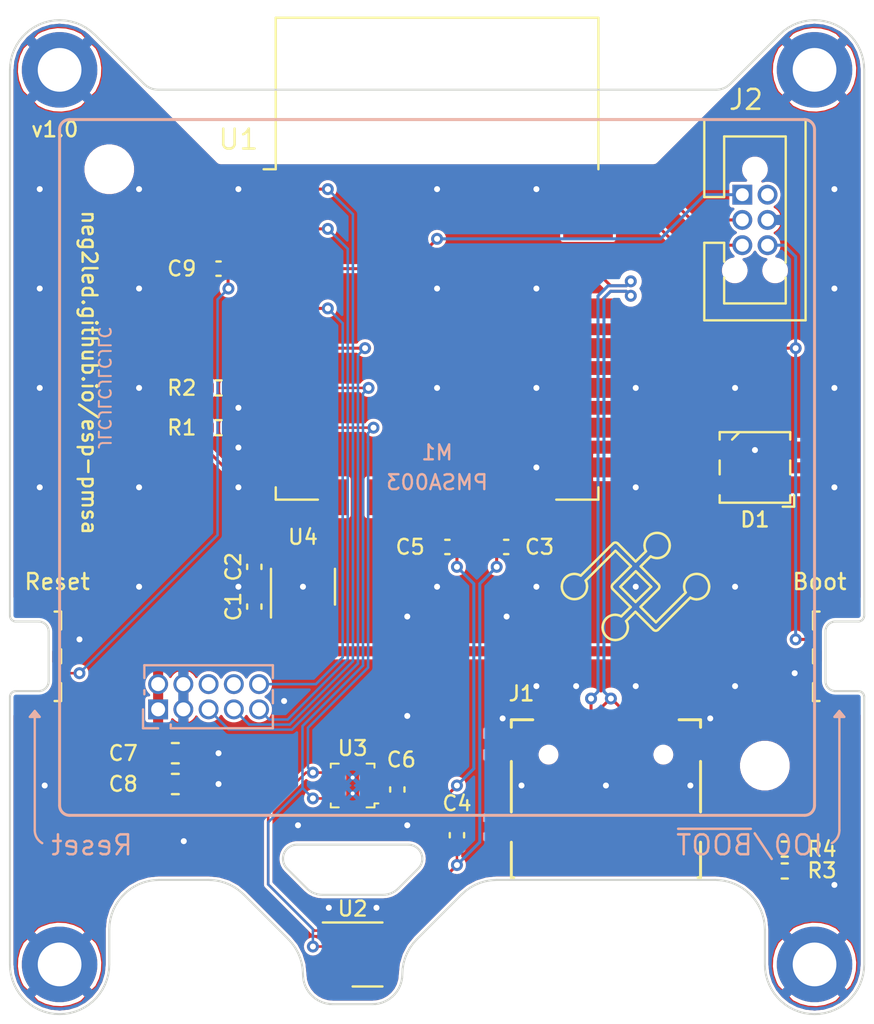
<source format=kicad_pcb>
(kicad_pcb (version 20171130) (host pcbnew 5.1.5+dfsg1-2build2)
  (layers (0 F.Cu signal) (31 B.Cu signal) (34 B.Paste user) (35 F.Paste user) (36 B.SilkS user) (37 F.SilkS user) (38 B.Mask user) (39 F.Mask user) (44 Edge.Cuts user))
  (net 0 "")
  (net 1 Board_1-+3V3)
  (net 2 Board_1-+5V)
  (net 3 Board_1-/PMS_RX)
  (net 4 Board_1-/PMS_TX)
  (net 5 Board_1-/RGB)
  (net 6 Board_1-/SCL)
  (net 7 Board_1-/SDA)
  (net 8 Board_1-/U0RXD)
  (net 9 Board_1-/U0TXD)
  (net 10 Board_1-/USB_D+)
  (net 11 Board_1-/USB_D-)
  (net 12 Board_1-/VCC_ALS)
  (net 13 Board_1-/VCC_BME)
  (net 14 Board_1-/~BOOT)
  (net 15 Board_1-/~PMS_RST)
  (net 16 Board_1-/~PMS_SET)
  (net 17 Board_1-/~RST)
  (net 18 Board_1-GND)
  (net 19 "Board_1-Net-(J1-PadA5)")
  (net 20 "Board_1-Net-(J1-PadB5)")
  (net 21 "Board_1-Net-(M1-Pad6)")
  (module MountingHole:MountingHole_2.2mm_M2_DIN965_Pad_TopBottom (layer F.Cu) (at 131 77.5)
    (fp_text reference H1 hide)
    (fp_text value MP hide)
    (pad 1 thru_hole circle (at 0 0) (size 2.6 2.6) (drill 2.2) (layers *.Cu *.Mask) (net 18 Board_1-GND))
    (pad 1 connect circle (at 0 0) (size 3.8 3.8) (layers F.Cu F.Mask) (net 18 Board_1-GND))
    (pad 1 connect circle (at 0 0) (size 3.8 3.8) (layers B.Cu B.Mask) (net 18 Board_1-GND))
  )
  (module MountingHole:MountingHole_2.2mm_M2_DIN965_Pad_TopBottom (layer F.Cu) (at 169 122.5)
    (fp_text reference H2 hide)
    (fp_text value MP hide)
    (pad 1 thru_hole circle (at 0 0) (size 2.6 2.6) (drill 2.2) (layers *.Cu *.Mask) (net 18 Board_1-GND))
    (pad 1 connect circle (at 0 0) (size 3.8 3.8) (layers F.Cu F.Mask) (net 18 Board_1-GND))
    (pad 1 connect circle (at 0 0) (size 3.8 3.8) (layers B.Cu B.Mask) (net 18 Board_1-GND))
  )
  (module MountingHole:MountingHole_2.2mm_M2_DIN965_Pad_TopBottom (layer F.Cu) (at 169 77.5)
    (fp_text reference H3 hide)
    (fp_text value MP hide)
    (pad 1 thru_hole circle (at 0 0) (size 2.6 2.6) (drill 2.2) (layers *.Cu *.Mask) (net 18 Board_1-GND))
    (pad 1 connect circle (at 0 0) (size 3.8 3.8) (layers F.Cu F.Mask) (net 18 Board_1-GND))
    (pad 1 connect circle (at 0 0) (size 3.8 3.8) (layers B.Cu B.Mask) (net 18 Board_1-GND))
  )
  (module MountingHole:MountingHole_2.2mm_M2_DIN965_Pad_TopBottom (layer F.Cu) (at 131 122.5)
    (fp_text reference H4 hide)
    (fp_text value MP hide)
    (pad 1 thru_hole circle (at 0 0) (size 2.6 2.6) (drill 2.2) (layers *.Cu *.Mask) (net 18 Board_1-GND))
    (pad 1 connect circle (at 0 0) (size 3.8 3.8) (layers F.Cu F.Mask) (net 18 Board_1-GND))
    (pad 1 connect circle (at 0 0) (size 3.8 3.8) (layers B.Cu B.Mask) (net 18 Board_1-GND))
  )
  (module Capacitor_SMD:C_0402_1005Metric (layer F.Cu) (at 153.48 101.5)
    (fp_text reference C3 (at 1.675 0 unlocked) (layer F.SilkS) (effects (font (size 0.75 0.75) (thickness 0.12))))
    (fp_text value 1u)
    (pad 1 smd roundrect (at -0.48 0) (size 0.56 0.62) (layers F.Cu F.Paste F.Mask) (net 13 Board_1-/VCC_BME))
    (pad 2 smd roundrect (at 0.48 0) (size 0.56 0.62) (layers F.Cu F.Paste F.Mask) (net 18 Board_1-GND))
  )
  (module Capacitor_SMD:C_0402_1005Metric (layer F.Cu) (at 151 116 90)
    (fp_text reference C4 (at 1.6 0 unlocked) (layer F.SilkS) (effects (font (size 0.75 0.75) (thickness 0.12))))
    (fp_text value 0.1u)
    (pad 1 smd roundrect (at -0.48 0 90) (size 0.56 0.62) (layers F.Cu F.Paste F.Mask) (net 13 Board_1-/VCC_BME))
    (pad 2 smd roundrect (at 0.48 0 90) (size 0.56 0.62) (layers F.Cu F.Paste F.Mask) (net 18 Board_1-GND))
  )
  (module Resistor_SMD:R_0402_1005Metric (layer F.Cu) (at 139 95.5)
    (fp_text reference R1 (at -1.85 0 unlocked) (layer F.SilkS) (effects (font (size 0.75 0.75) (thickness 0.12))))
    (fp_text value 4k7)
    (pad 1 smd roundrect (at -0.51 0) (size 0.54 0.64) (layers F.Cu F.Paste F.Mask) (net 1 Board_1-+3V3))
    (pad 2 smd roundrect (at 0.51 0) (size 0.54 0.64) (layers F.Cu F.Paste F.Mask) (net 6 Board_1-/SCL))
  )
  (module Resistor_SMD:R_0402_1005Metric (layer F.Cu) (at 139 93.5)
    (fp_text reference R2 (at -1.85 0 unlocked) (layer F.SilkS) (effects (font (size 0.75 0.75) (thickness 0.12))))
    (fp_text value 4k7)
    (pad 1 smd roundrect (at -0.51 0) (size 0.54 0.64) (layers F.Cu F.Paste F.Mask) (net 1 Board_1-+3V3))
    (pad 2 smd roundrect (at 0.51 0) (size 0.54 0.64) (layers F.Cu F.Paste F.Mask) (net 7 Board_1-/SDA))
  )
  (module Capacitor_SMD:C_0402_1005Metric (layer F.Cu) (at 150.52 101.5 180)
    (fp_text reference C5 (at 1.875 0 unlocked) (layer F.SilkS) (effects (font (size 0.75 0.75) (thickness 0.12))))
    (fp_text value 1u)
    (pad 1 smd roundrect (at -0.48 0 180) (size 0.56 0.62) (layers F.Cu F.Paste F.Mask) (net 12 Board_1-/VCC_ALS))
    (pad 2 smd roundrect (at 0.48 0 180) (size 0.56 0.62) (layers F.Cu F.Paste F.Mask) (net 18 Board_1-GND))
  )
  (module Capacitor_SMD:C_0402_1005Metric (layer F.Cu) (at 148 113.7 90)
    (fp_text reference C6 (at 1.5 0.2 unlocked) (layer F.SilkS) (effects (font (size 0.75 0.75) (thickness 0.12))))
    (fp_text value 0.1u)
    (pad 1 smd roundrect (at -0.48 0 90) (size 0.56 0.62) (layers F.Cu F.Paste F.Mask) (net 12 Board_1-/VCC_ALS))
    (pad 2 smd roundrect (at 0.48 0 90) (size 0.56 0.62) (layers F.Cu F.Paste F.Mask) (net 18 Board_1-GND))
  )
  (module 11-My-Edits:Bosch_LGA-8_3x3mm_P0.8mm_ClockwisePinNumbering (layer F.Cu) (at 145.75 122 90)
    (fp_text reference U2 (at 2.3 0 unlocked) (layer F.SilkS) (effects (font (size 0.75 0.75) (thickness 0.12))))
    (fp_text value BME68x)
    (pad 8 smd roundrect (at -1.2 1.1875 90) (size 0.5 0.525) (layers F.Cu F.Paste F.Mask) (net 13 Board_1-/VCC_BME))
    (pad 7 smd roundrect (at -0.4 1.1875 90) (size 0.5 0.525) (layers F.Cu F.Paste F.Mask) (net 18 Board_1-GND))
    (pad 6 smd roundrect (at 0.4 1.1875 90) (size 0.5 0.525) (layers F.Cu F.Paste F.Mask) (net 13 Board_1-/VCC_BME))
    (pad 5 smd roundrect (at 1.2 1.1875 90) (size 0.5 0.525) (layers F.Cu F.Paste F.Mask) (net 18 Board_1-GND))
    (pad 4 smd roundrect (at 1.2 -1.1875 90) (size 0.5 0.525) (layers F.Cu F.Paste F.Mask) (net 6 Board_1-/SCL))
    (pad 3 smd roundrect (at 0.4 -1.1875 90) (size 0.5 0.525) (layers F.Cu F.Paste F.Mask) (net 7 Board_1-/SDA))
    (pad 2 smd roundrect (at -0.4 -1.1875 90) (size 0.5 0.525) (layers F.Cu F.Paste F.Mask) (net 13 Board_1-/VCC_BME))
    (pad 1 smd roundrect (at -1.2 -1.1875 90) (size 0.5 0.525) (layers F.Cu F.Paste F.Mask) (net 18 Board_1-GND))
  )
  (module 12-Collected-Footprints:PMSA003 (layer B.Cu) (at 150 97.5)
    (fp_text reference M1 (at 0 -0.75 unlocked) (layer B.SilkS) (effects (font (size 0.75 0.75) (thickness 0.12)) (justify mirror)))
    (fp_text value PMSA003 (at 0 0.75 unlocked) (layer B.SilkS) (effects (font (size 0.75 0.75) (thickness 0.12)) (justify mirror)))
    (pad "" np_thru_hole circle (at 16.5 15) (size 2.2 2.2) (drill 2.2) (layers *.Cu *.Mask))
    (pad "" np_thru_hole circle (at -16.5 -15) (size 2.2 2.2) (drill 2.2) (layers *.Cu *.Mask))
    (pad 5 thru_hole oval (at -11.5 12.17 270) (size 1 1) (drill 0.7) (layers *.Cu *.Mask) (net 15 Board_1-/~PMS_RST))
    (pad 1 thru_hole rect (at -14.04 12.17 270) (size 1 1) (drill 0.7) (layers *.Cu *.Mask) (net 2 Board_1-+5V))
    (pad 7 thru_hole oval (at -10.23 12.17 270) (size 1 1) (drill 0.7) (layers *.Cu *.Mask) (net 3 Board_1-/PMS_RX))
    (pad 6 thru_hole oval (at -11.5 10.9 270) (size 1 1) (drill 0.7) (layers *.Cu *.Mask) (net 21 "Board_1-Net-(M1-Pad6)"))
    (pad 3 thru_hole oval (at -12.77 12.17 270) (size 1 1) (drill 0.7) (layers *.Cu *.Mask) (net 18 Board_1-GND))
    (pad 10 thru_hole oval (at -8.96 10.9 270) (size 1 1) (drill 0.7) (layers *.Cu *.Mask) (net 16 Board_1-/~PMS_SET))
    (pad 9 thru_hole oval (at -8.96 12.17 270) (size 1 1) (drill 0.7) (layers *.Cu *.Mask) (net 4 Board_1-/PMS_TX))
    (pad 8 thru_hole oval (at -10.23 10.9 270) (size 1 1) (drill 0.7) (layers *.Cu *.Mask) (net 21 "Board_1-Net-(M1-Pad6)"))
    (pad 2 thru_hole oval (at -14.04 10.9 270) (size 1 1) (drill 0.7) (layers *.Cu *.Mask) (net 2 Board_1-+5V))
    (pad 4 thru_hole oval (at -12.77 10.9 270) (size 1 1) (drill 0.7) (layers *.Cu *.Mask) (net 18 Board_1-GND))
  )
  (module 11-My-Edits:MultiALS-LTR303-TIOPT3K (layer F.Cu) (at 145.75 113.5 180)
    (fp_text reference U3 (at 0 1.875 unlocked) (layer F.SilkS) (effects (font (size 0.75 0.75) (thickness 0.12))))
    (fp_text value OPT3001DNPT)
    (pad 6 smd roundrect (at 0.9 -0.65 180) (size 0.65 0.3) (layers F.Cu F.Paste F.Mask) (net 7 Board_1-/SDA))
    (pad 5 smd roundrect (at 0.9 0 180) (size 0.65 0.3) (layers F.Cu F.Paste F.Mask))
    (pad 4 smd roundrect (at 0.9 0.65 180) (size 0.65 0.3) (layers F.Cu F.Paste F.Mask) (net 6 Board_1-/SCL))
    (pad 3 smd roundrect (at -0.9 0.65 180) (size 0.65 0.3) (layers F.Cu F.Paste F.Mask) (net 18 Board_1-GND))
    (pad 2 smd roundrect (at -0.9 0 180) (size 0.65 0.3) (layers F.Cu F.Paste F.Mask) (net 18 Board_1-GND))
    (pad 1 smd roundrect (at -0.9 -0.65 180) (size 0.65 0.3) (layers F.Cu F.Paste F.Mask) (net 12 Board_1-/VCC_ALS))
    (pad 7 thru_hole circle (at 0 0.4 180) (size 0.2 0.2) (drill 0.2) (layers *.Cu *.Mask) (net 18 Board_1-GND))
    (pad 7 smd rect (at 0 0 180) (size 0.65 1.35) (layers F.Cu F.Paste F.Mask) (net 18 Board_1-GND))
    (pad 7 thru_hole circle (at 0 -0.4 180) (size 0.2 0.2) (drill 0.2) (layers *.Cu *.Mask) (net 18 Board_1-GND))
  )
  (module Capacitor_SMD:C_0603_1608Metric_Pad1.05x0.95mm_HandSolder (layer F.Cu) (at 136.825 111.875)
    (fp_text reference C7 (at -2.625 0 unlocked) (layer F.SilkS) (effects (font (size 0.75 0.75) (thickness 0.12))))
    (fp_text value 10u)
    (pad 1 smd roundrect (at -0.875 0) (size 1.05 0.95) (layers F.Cu F.Paste F.Mask) (net 2 Board_1-+5V))
    (pad 2 smd roundrect (at 0.875 0) (size 1.05 0.95) (layers F.Cu F.Paste F.Mask) (net 18 Board_1-GND))
  )
  (module Capacitor_SMD:C_0603_1608Metric_Pad1.05x0.95mm_HandSolder (layer F.Cu) (at 136.825 113.425)
    (fp_text reference C8 (at -2.625 0 unlocked) (layer F.SilkS) (effects (font (size 0.75 0.75) (thickness 0.12))))
    (fp_text value 10u)
    (pad 1 smd roundrect (at -0.875 0) (size 1.05 0.95) (layers F.Cu F.Paste F.Mask) (net 2 Board_1-+5V))
    (pad 2 smd roundrect (at 0.875 0) (size 1.05 0.95) (layers F.Cu F.Paste F.Mask) (net 18 Board_1-GND))
  )
  (module Package_TO_SOT_SMD:SOT-23-5 (layer F.Cu) (at 143.25 103.5 90)
    (fp_text reference U4 (at 2.5 0 unlocked) (layer F.SilkS) (effects (font (size 0.75 0.75) (thickness 0.12))))
    (fp_text value XC6210B332MR)
    (pad 1 smd rect (at -1.1 -0.95 90) (size 1.06 0.65) (layers F.Cu F.Paste F.Mask) (net 2 Board_1-+5V))
    (pad 2 smd rect (at -1.1 0 90) (size 1.06 0.65) (layers F.Cu F.Paste F.Mask) (net 18 Board_1-GND))
    (pad 3 smd rect (at -1.1 0.95 90) (size 1.06 0.65) (layers F.Cu F.Paste F.Mask) (net 2 Board_1-+5V))
    (pad 4 smd rect (at 1.1 0.95 90) (size 1.06 0.65) (layers F.Cu F.Paste F.Mask))
    (pad 5 smd rect (at 1.1 -0.95 90) (size 1.06 0.65) (layers F.Cu F.Paste F.Mask) (net 1 Board_1-+3V3))
  )
  (module Capacitor_SMD:C_0402_1005Metric (layer F.Cu) (at 140.8 104.5 270)
    (fp_text reference C1 (at 0 1.05 90 unlocked) (layer F.SilkS) (effects (font (size 0.75 0.75) (thickness 0.12))))
    (fp_text value 10u)
    (pad 1 smd roundrect (at -0.48 0 270) (size 0.56 0.62) (layers F.Cu F.Paste F.Mask) (net 18 Board_1-GND))
    (pad 2 smd roundrect (at 0.48 0 270) (size 0.56 0.62) (layers F.Cu F.Paste F.Mask) (net 2 Board_1-+5V))
  )
  (module Capacitor_SMD:C_0402_1005Metric (layer F.Cu) (at 140.8 102.5 270)
    (fp_text reference C2 (at 0 1.05 90 unlocked) (layer F.SilkS) (effects (font (size 0.75 0.75) (thickness 0.12))))
    (fp_text value 10u)
    (pad 1 smd roundrect (at -0.48 0 270) (size 0.56 0.62) (layers F.Cu F.Paste F.Mask) (net 1 Board_1-+3V3))
    (pad 2 smd roundrect (at 0.48 0 270) (size 0.56 0.62) (layers F.Cu F.Paste F.Mask) (net 18 Board_1-GND))
  )
  (module Capacitor_SMD:C_0402_1005Metric (layer F.Cu) (at 139 87.5)
    (fp_text reference C9 (at -1.85 0 unlocked) (layer F.SilkS) (effects (font (size 0.75 0.75) (thickness 0.12))))
    (fp_text value 0.1u)
    (pad 1 smd roundrect (at -0.48 0) (size 0.56 0.62) (layers F.Cu F.Paste F.Mask) (net 18 Board_1-GND))
    (pad 2 smd roundrect (at 0.48 0) (size 0.56 0.62) (layers F.Cu F.Paste F.Mask) (net 17 Board_1-/~RST))
  )
  (module 11-My-Edits:TC2030_IDCBox_2x03_P1.25mm_Vertical_3D (layer F.Cu) (at 166 85.05 270)
    (fp_text reference J2 (at -6.05 0.45 unlocked) (layer F.SilkS) (effects (font (thickness 0.127))))
    (fp_text value ESP-PROG)
    (pad "" np_thru_hole circle (at 2.54 1.016 270) (size 0.9906 0.9906) (drill 0.9906) (layers *.Cu *.Mask))
    (pad "" np_thru_hole circle (at 2.54 -1.016 270) (size 0.9906 0.9906) (drill 0.9906) (layers *.Cu *.Mask))
    (pad "" np_thru_hole circle (at -2.54 0 270) (size 0.9906 0.9906) (drill 0.9906) (layers *.Cu *.Mask))
    (pad 2 thru_hole oval (at -1.27 -0.635) (size 1 1) (drill 0.65) (layers *.Cu *.Mask))
    (pad 6 thru_hole oval (at 1.27 -0.635) (size 1 1) (drill 0.65) (layers *.Cu *.Mask) (net 14 Board_1-/~BOOT))
    (pad 5 thru_hole oval (at 1.27 0.635) (size 1 1) (drill 0.65) (layers *.Cu *.Mask) (net 8 Board_1-/U0RXD))
    (pad 4 thru_hole oval (at 0 -0.635) (size 1 1) (drill 0.65) (layers *.Cu *.Mask) (net 18 Board_1-GND))
    (pad 1 thru_hole rect (at -1.27 0.635) (size 1 1) (drill 0.65) (layers *.Cu *.Mask) (net 17 Board_1-/~RST))
    (pad 3 thru_hole oval (at 0 0.635) (size 1 1) (drill 0.65) (layers *.Cu *.Mask) (net 9 Board_1-/U0TXD))
  )
  (module 11-My-Edits:ESP-12H (layer F.Cu) (at 150 87)
    (fp_text reference U1 (at -10 -6 unlocked) (layer F.SilkS) (effects (font (thickness 0.127))))
    (fp_text value ESP32-C3F)
    (pad 1 smd rect (at -7.6 -3.5) (size 2.5 1) (layers F.Cu F.Paste F.Mask) (net 3 Board_1-/PMS_RX))
    (pad 2 smd rect (at -7.6 -1.5) (size 2.5 1) (layers F.Cu F.Paste F.Mask) (net 4 Board_1-/PMS_TX))
    (pad 3 smd rect (at -7.6 0.5) (size 2.5 1) (layers F.Cu F.Paste F.Mask) (net 17 Board_1-/~RST))
    (pad 4 smd rect (at -7.6 2.5) (size 2.5 1) (layers F.Cu F.Paste F.Mask) (net 16 Board_1-/~PMS_SET))
    (pad 5 smd rect (at -7.6 4.5) (size 2.5 1) (layers F.Cu F.Paste F.Mask) (net 15 Board_1-/~PMS_RST))
    (pad 6 smd rect (at -7.6 6.5) (size 2.5 1) (layers F.Cu F.Paste F.Mask) (net 7 Board_1-/SDA))
    (pad 7 smd rect (at -7.6 8.5) (size 2.5 1) (layers F.Cu F.Paste F.Mask) (net 6 Board_1-/SCL))
    (pad 8 smd rect (at -7.6 10.5) (size 2.5 1) (layers F.Cu F.Paste F.Mask) (net 1 Board_1-+3V3))
    (pad 9 smd rect (at -5 12) (size 1 1.8) (layers F.Cu F.Paste F.Mask))
    (pad 10 smd rect (at -3 12) (size 1 1.8) (layers F.Cu F.Paste F.Mask))
    (pad 11 smd rect (at -1 12) (size 1 1.8) (layers F.Cu F.Paste F.Mask))
    (pad 12 smd rect (at 1 12) (size 1 1.8) (layers F.Cu F.Paste F.Mask) (net 12 Board_1-/VCC_ALS))
    (pad 13 smd rect (at 3 12) (size 1 1.8) (layers F.Cu F.Paste F.Mask) (net 13 Board_1-/VCC_BME))
    (pad 14 smd rect (at 5 12) (size 1 1.8) (layers F.Cu F.Paste F.Mask))
    (pad 15 smd rect (at 7.6 10.5) (size 2.5 1) (layers F.Cu F.Paste F.Mask) (net 18 Board_1-GND))
    (pad 16 smd rect (at 7.6 8.5) (size 2.5 1) (layers F.Cu F.Paste F.Mask))
    (pad 17 smd rect (at 7.6 6.5) (size 2.5 1) (layers F.Cu F.Paste F.Mask) (net 5 Board_1-/RGB))
    (pad 18 smd rect (at 7.6 4.5) (size 2.5 1) (layers F.Cu F.Paste F.Mask) (net 14 Board_1-/~BOOT))
    (pad 19 smd rect (at 7.6 2.5) (size 2.5 1) (layers F.Cu F.Paste F.Mask) (net 10 Board_1-/USB_D+))
    (pad 20 smd rect (at 7.6 0.5) (size 2.5 1) (layers F.Cu F.Paste F.Mask) (net 11 Board_1-/USB_D-))
    (pad 21 smd rect (at 7.6 -1.5) (size 2.5 1) (layers F.Cu F.Paste F.Mask) (net 8 Board_1-/U0RXD))
    (pad 22 smd rect (at 7.6 -3.5) (size 2.5 1) (layers F.Cu F.Paste F.Mask) (net 9 Board_1-/U0TXD))
  )
  (module 41-EasyEDA-Edits:USB-C-SMD_TYPEC-304S-ACP16 (layer F.Cu) (at 158.5 113.05)
    (fp_text reference J1 (at -4.25 -4.175 unlocked) (layer F.SilkS) (effects (font (size 0.75 0.75) (thickness 0.127))))
    (fp_text value USB_C_Receptacle_USB2.0_304S-ACP16)
    (pad "" np_thru_hole circle (at 2.89 -1.102) (size 0.7 0.7) (drill 0.7) (layers *.Cu *.Mask))
    (pad "" np_thru_hole circle (at -2.89 -1.102) (size 0.7 0.7) (drill 0.7) (layers *.Cu *.Mask))
    (pad S1 smd rect (at 5.07 2.547) (size 1.8 1.2) (layers F.Cu F.Paste F.Mask) (net 18 Board_1-GND))
    (pad S1 smd rect (at -5.07 2.547) (size 1.8 1.2) (layers F.Cu F.Paste F.Mask) (net 18 Board_1-GND))
    (pad S1 smd rect (at 5.07 -1.633) (size 1.8 1.45) (layers F.Cu F.Paste F.Mask) (net 18 Board_1-GND))
    (pad S1 smd rect (at -5.07 -1.633) (size 1.8 1.45) (layers F.Cu F.Paste F.Mask) (net 18 Board_1-GND))
    (pad B1A12 smd rect (at 3.22 -2.547) (size 0.6 1.45) (layers F.Cu F.Paste F.Mask) (net 18 Board_1-GND))
    (pad B4A9 smd rect (at 2.45 -2.547) (size 0.6 1.45) (layers F.Cu F.Paste F.Mask) (net 2 Board_1-+5V))
    (pad B5 smd rect (at 1.75 -2.547) (size 0.3 1.45) (layers F.Cu F.Paste F.Mask) (net 20 "Board_1-Net-(J1-PadB5)"))
    (pad A8 smd rect (at 1.25 -2.547) (size 0.3 1.45) (layers F.Cu F.Paste F.Mask))
    (pad B6 smd rect (at 0.75 -2.547) (size 0.3 1.45) (layers F.Cu F.Paste F.Mask) (net 10 Board_1-/USB_D+))
    (pad A7 smd rect (at 0.25 -2.547) (size 0.3 1.45) (layers F.Cu F.Paste F.Mask) (net 11 Board_1-/USB_D-))
    (pad A6 smd rect (at -0.25 -2.547) (size 0.3 1.45) (layers F.Cu F.Paste F.Mask) (net 10 Board_1-/USB_D+))
    (pad B7 smd rect (at -0.75 -2.547) (size 0.3 1.45) (layers F.Cu F.Paste F.Mask) (net 11 Board_1-/USB_D-))
    (pad A5 smd rect (at -1.26 -2.533) (size 0.3 1.45) (layers F.Cu F.Paste F.Mask) (net 19 "Board_1-Net-(J1-PadA5)"))
    (pad B8 smd rect (at -1.75 -2.547) (size 0.3 1.45) (layers F.Cu F.Paste F.Mask))
    (pad A4B9 smd rect (at -2.45 -2.547) (size 0.6 1.45) (layers F.Cu F.Paste F.Mask) (net 2 Board_1-+5V))
    (pad A1B12 smd rect (at -3.225 -2.547) (size 0.6 1.45) (layers F.Cu F.Paste F.Mask) (net 18 Board_1-GND))
  )
  (module Resistor_SMD:R_0402_1005Metric (layer F.Cu) (at 167.5 117.8 180)
    (fp_text reference R3 (at -1.875 0.025 unlocked) (layer F.SilkS) (effects (font (size 0.75 0.75) (thickness 0.12))))
    (fp_text value 5k1)
    (pad 1 smd roundrect (at -0.51 0 180) (size 0.54 0.64) (layers F.Cu F.Paste F.Mask) (net 18 Board_1-GND))
    (pad 2 smd roundrect (at 0.51 0 180) (size 0.54 0.64) (layers F.Cu F.Paste F.Mask) (net 19 "Board_1-Net-(J1-PadA5)"))
  )
  (module Resistor_SMD:R_0402_1005Metric (layer F.Cu) (at 167.5 116.7 180)
    (fp_text reference R4 (at -1.875 0 unlocked) (layer F.SilkS) (effects (font (size 0.75 0.75) (thickness 0.12))))
    (fp_text value 5k1)
    (pad 1 smd roundrect (at -0.51 0 180) (size 0.54 0.64) (layers F.Cu F.Paste F.Mask) (net 18 Board_1-GND))
    (pad 2 smd roundrect (at 0.51 0 180) (size 0.54 0.64) (layers F.Cu F.Paste F.Mask) (net 20 "Board_1-Net-(J1-PadB5)"))
  )
  (module 21-SnapEDA-zip:LED_APA104-12-3535 (layer F.Cu) (at 166 97.5 180)
    (fp_text reference D1 (at 0 -2.625) (layer F.SilkS) (effects (font (size 0.75 0.75) (thickness 0.127))))
    (fp_text value APA104-12-3535)
    (pad 1 smd rect (at -1.75 -0.875 180) (size 1.6 0.85) (layers F.Cu F.Paste F.Mask))
    (pad 2 smd rect (at -1.75 0.875 180) (size 1.6 0.85) (layers F.Cu F.Paste F.Mask) (net 18 Board_1-GND))
    (pad 3 smd rect (at 1.75 0.875 180) (size 1.6 0.85) (layers F.Cu F.Paste F.Mask) (net 5 Board_1-/RGB))
    (pad 4 smd rect (at 1.75 -0.875 180) (size 1.6 0.85) (layers F.Cu F.Paste F.Mask) (net 2 Board_1-+5V))
  )
  (module 41-EasyEDA-Edits:SW-SMD_SKSLLAE010-3D (layer F.Cu) (at 130.375 107 270)
    (fp_text reference SW1)
    (fp_text value Reset (at -3.75 -0.5 unlocked) (layer F.SilkS) (effects (font (size 0.8 0.8) (thickness 0.127))))
    (pad MP smd rect (at 2.35 0.7) (size 1.85 0.75) (layers F.Cu F.Paste F.Mask) (net 18 Board_1-GND))
    (pad MP smd rect (at -2.35 0.7) (size 1.85 0.75) (layers F.Cu F.Paste F.Mask) (net 18 Board_1-GND))
    (pad 2 smd rect (at 0.85 -0.7) (size 0.8 0.7) (layers F.Cu F.Paste F.Mask) (net 17 Board_1-/~RST))
    (pad 1 smd rect (at -0.85 -0.7) (size 0.8 0.7) (layers F.Cu F.Paste F.Mask) (net 18 Board_1-GND))
  )
  (module 41-EasyEDA-Edits:SW-SMD_SKSLLAE010-3D (layer F.Cu) (at 169.625 107 90)
    (fp_text reference SW2)
    (fp_text value Boot (at 3.75 -0.375 180) (layer F.SilkS) (effects (font (size 0.8 0.8) (thickness 0.127))))
    (pad 1 smd rect (at -0.85 -0.7 180) (size 0.8 0.7) (layers F.Cu F.Paste F.Mask) (net 18 Board_1-GND))
    (pad 2 smd rect (at 0.85 -0.7 180) (size 0.8 0.7) (layers F.Cu F.Paste F.Mask) (net 14 Board_1-/~BOOT))
    (pad MP smd rect (at -2.35 0.7 180) (size 1.85 0.75) (layers F.Cu F.Paste F.Mask) (net 18 Board_1-GND))
    (pad MP smd rect (at 2.35 0.7 180) (size 1.85 0.75) (layers F.Cu F.Paste F.Mask) (net 18 Board_1-GND))
  )
  (module 10-My-Footprints:neggle-logo-0.12 (layer F.Cu) (at 160 103.5)
    (fp_text reference LOGO1 hide)
    (fp_text value "neggles logo" hide)
  )
  (gr_line (start 142.95 116.476) (end 142.8778 116.4797) (layer Edge.Cuts) (width 0.1))
  (gr_line (start 148.55 116.476) (end 142.95 116.476) (layer Edge.Cuts) (width 0.1))
  (gr_line (start 148.6222 116.4797) (end 148.55 116.476) (layer Edge.Cuts) (width 0.1))
  (gr_line (start 148.6937 116.4908) (end 148.6222 116.4797) (layer Edge.Cuts) (width 0.1))
  (gr_line (start 148.7636 116.5091) (end 148.6937 116.4908) (layer Edge.Cuts) (width 0.1))
  (gr_line (start 148.8313 116.5345) (end 148.7636 116.5091) (layer Edge.Cuts) (width 0.1))
  (gr_line (start 148.8961 116.5666) (end 148.8313 116.5345) (layer Edge.Cuts) (width 0.1))
  (gr_line (start 148.9572 116.6052) (end 148.8961 116.5666) (layer Edge.Cuts) (width 0.1))
  (gr_line (start 149.0141 116.6499) (end 148.9572 116.6052) (layer Edge.Cuts) (width 0.1))
  (gr_line (start 149.066 116.7002) (end 149.0141 116.6499) (layer Edge.Cuts) (width 0.1))
  (gr_line (start 149.1126 116.7555) (end 149.066 116.7002) (layer Edge.Cuts) (width 0.1))
  (gr_line (start 149.1533 116.8152) (end 149.1126 116.7555) (layer Edge.Cuts) (width 0.1))
  (gr_line (start 149.1877 116.8788) (end 149.1533 116.8152) (layer Edge.Cuts) (width 0.1))
  (gr_line (start 149.2153 116.9456) (end 149.1877 116.8788) (layer Edge.Cuts) (width 0.1))
  (gr_line (start 149.236 117.0149) (end 149.2153 116.9456) (layer Edge.Cuts) (width 0.1))
  (gr_line (start 149.2495 117.086) (end 149.236 117.0149) (layer Edge.Cuts) (width 0.1))
  (gr_line (start 149.2557 117.158) (end 149.2495 117.086) (layer Edge.Cuts) (width 0.1))
  (gr_line (start 149.2545 117.2303) (end 149.2557 117.158) (layer Edge.Cuts) (width 0.1))
  (gr_line (start 149.2458 117.3021) (end 149.2545 117.2303) (layer Edge.Cuts) (width 0.1))
  (gr_line (start 149.2299 117.3726) (end 149.2458 117.3021) (layer Edge.Cuts) (width 0.1))
  (gr_line (start 149.2069 117.4411) (end 149.2299 117.3726) (layer Edge.Cuts) (width 0.1))
  (gr_line (start 149.1769 117.507) (end 149.2069 117.4411) (layer Edge.Cuts) (width 0.1))
  (gr_line (start 149.1404 117.5694) (end 149.1769 117.507) (layer Edge.Cuts) (width 0.1))
  (gr_line (start 149.0977 117.6277) (end 149.1404 117.5694) (layer Edge.Cuts) (width 0.1))
  (gr_line (start 149.0493 117.6814) (end 149.0977 117.6277) (layer Edge.Cuts) (width 0.1))
  (gr_line (start 148.0521 118.6771) (end 149.0493 117.6814) (layer Edge.Cuts) (width 0.1))
  (gr_line (start 147.9602 118.7592) (end 148.0521 118.6771) (layer Edge.Cuts) (width 0.1))
  (gr_line (start 147.8597 118.8305) (end 147.9602 118.7592) (layer Edge.Cuts) (width 0.1))
  (gr_line (start 147.7518 118.8902) (end 147.8597 118.8305) (layer Edge.Cuts) (width 0.1))
  (gr_line (start 147.638 118.9373) (end 147.7518 118.8902) (layer Edge.Cuts) (width 0.1))
  (gr_line (start 147.5196 118.9714) (end 147.638 118.9373) (layer Edge.Cuts) (width 0.1))
  (gr_line (start 147.398 118.9921) (end 147.5196 118.9714) (layer Edge.Cuts) (width 0.1))
  (gr_line (start 147.275 118.999) (end 147.398 118.9921) (layer Edge.Cuts) (width 0.1))
  (gr_line (start 144.225 118.999) (end 147.275 118.999) (layer Edge.Cuts) (width 0.1))
  (gr_line (start 144.1016 118.9921) (end 144.225 118.999) (layer Edge.Cuts) (width 0.1))
  (gr_line (start 143.9798 118.9714) (end 144.1016 118.9921) (layer Edge.Cuts) (width 0.1))
  (gr_line (start 143.8611 118.9372) (end 143.9798 118.9714) (layer Edge.Cuts) (width 0.1))
  (gr_line (start 143.7469 118.8899) (end 143.8611 118.9372) (layer Edge.Cuts) (width 0.1))
  (gr_line (start 143.6388 118.8301) (end 143.7469 118.8899) (layer Edge.Cuts) (width 0.1))
  (gr_line (start 143.538 118.7586) (end 143.6388 118.8301) (layer Edge.Cuts) (width 0.1))
  (gr_line (start 143.4459 118.6763) (end 143.538 118.7586) (layer Edge.Cuts) (width 0.1))
  (gr_line (start 142.4507 117.6814) (end 143.4459 118.6763) (layer Edge.Cuts) (width 0.1))
  (gr_line (start 142.4023 117.6277) (end 142.4507 117.6814) (layer Edge.Cuts) (width 0.1))
  (gr_line (start 142.3596 117.5694) (end 142.4023 117.6277) (layer Edge.Cuts) (width 0.1))
  (gr_line (start 142.3231 117.507) (end 142.3596 117.5694) (layer Edge.Cuts) (width 0.1))
  (gr_line (start 142.2931 117.4411) (end 142.3231 117.507) (layer Edge.Cuts) (width 0.1))
  (gr_line (start 142.2701 117.3726) (end 142.2931 117.4411) (layer Edge.Cuts) (width 0.1))
  (gr_line (start 142.2542 117.3021) (end 142.2701 117.3726) (layer Edge.Cuts) (width 0.1))
  (gr_line (start 142.2455 117.2303) (end 142.2542 117.3021) (layer Edge.Cuts) (width 0.1))
  (gr_line (start 142.2443 117.158) (end 142.2455 117.2303) (layer Edge.Cuts) (width 0.1))
  (gr_line (start 142.2505 117.086) (end 142.2443 117.158) (layer Edge.Cuts) (width 0.1))
  (gr_line (start 142.264 117.0149) (end 142.2505 117.086) (layer Edge.Cuts) (width 0.1))
  (gr_line (start 142.2847 116.9456) (end 142.264 117.0149) (layer Edge.Cuts) (width 0.1))
  (gr_line (start 142.3123 116.8788) (end 142.2847 116.9456) (layer Edge.Cuts) (width 0.1))
  (gr_line (start 142.3467 116.8152) (end 142.3123 116.8788) (layer Edge.Cuts) (width 0.1))
  (gr_line (start 142.3874 116.7555) (end 142.3467 116.8152) (layer Edge.Cuts) (width 0.1))
  (gr_line (start 142.434 116.7002) (end 142.3874 116.7555) (layer Edge.Cuts) (width 0.1))
  (gr_line (start 142.4859 116.6499) (end 142.434 116.7002) (layer Edge.Cuts) (width 0.1))
  (gr_line (start 142.5428 116.6052) (end 142.4859 116.6499) (layer Edge.Cuts) (width 0.1))
  (gr_line (start 142.6039 116.5666) (end 142.5428 116.6052) (layer Edge.Cuts) (width 0.1))
  (gr_line (start 142.6687 116.5345) (end 142.6039 116.5666) (layer Edge.Cuts) (width 0.1))
  (gr_line (start 142.7364 116.5091) (end 142.6687 116.5345) (layer Edge.Cuts) (width 0.1))
  (gr_line (start 142.8063 116.4908) (end 142.7364 116.5091) (layer Edge.Cuts) (width 0.1))
  (gr_line (start 142.8778 116.4797) (end 142.8063 116.4908) (layer Edge.Cuts) (width 0.1))
  (gr_line (start 169.5537 105.6978) (end 169.551 105.75) (layer Edge.Cuts) (width 0.1))
  (gr_line (start 169.5619 105.6463) (end 169.5537 105.6978) (layer Edge.Cuts) (width 0.1))
  (gr_line (start 169.5754 105.5958) (end 169.5619 105.6463) (layer Edge.Cuts) (width 0.1))
  (gr_line (start 169.5941 105.547) (end 169.5754 105.5958) (layer Edge.Cuts) (width 0.1))
  (gr_line (start 169.6179 105.5005) (end 169.5941 105.547) (layer Edge.Cuts) (width 0.1))
  (gr_line (start 169.6463 105.4567) (end 169.6179 105.5005) (layer Edge.Cuts) (width 0.1))
  (gr_line (start 169.6792 105.4161) (end 169.6463 105.4567) (layer Edge.Cuts) (width 0.1))
  (gr_line (start 169.7161 105.3792) (end 169.6792 105.4161) (layer Edge.Cuts) (width 0.1))
  (gr_line (start 169.7567 105.3463) (end 169.7161 105.3792) (layer Edge.Cuts) (width 0.1))
  (gr_line (start 169.8005 105.3179) (end 169.7567 105.3463) (layer Edge.Cuts) (width 0.1))
  (gr_line (start 169.847 105.2941) (end 169.8005 105.3179) (layer Edge.Cuts) (width 0.1))
  (gr_line (start 169.8958 105.2754) (end 169.847 105.2941) (layer Edge.Cuts) (width 0.1))
  (gr_line (start 169.9463 105.2619) (end 169.8958 105.2754) (layer Edge.Cuts) (width 0.1))
  (gr_line (start 169.9978 105.2537) (end 169.9463 105.2619) (layer Edge.Cuts) (width 0.1))
  (gr_line (start 170.05 105.251) (end 169.9978 105.2537) (layer Edge.Cuts) (width 0.1))
  (gr_line (start 171.2 105.251) (end 170.05 105.251) (layer Edge.Cuts) (width 0.1))
  (gr_line (start 171.2314 105.2494) (end 171.2 105.251) (layer Edge.Cuts) (width 0.1))
  (gr_line (start 171.2625 105.2444) (end 171.2314 105.2494) (layer Edge.Cuts) (width 0.1))
  (gr_line (start 171.293 105.2363) (end 171.2625 105.2444) (layer Edge.Cuts) (width 0.1))
  (gr_line (start 171.3224 105.225) (end 171.293 105.2363) (layer Edge.Cuts) (width 0.1))
  (gr_line (start 171.3505 105.2106) (end 171.3224 105.225) (layer Edge.Cuts) (width 0.1))
  (gr_line (start 171.377 105.1935) (end 171.3505 105.2106) (layer Edge.Cuts) (width 0.1))
  (gr_line (start 171.4014 105.1737) (end 171.377 105.1935) (layer Edge.Cuts) (width 0.1))
  (gr_line (start 171.4237 105.1514) (end 171.4014 105.1737) (layer Edge.Cuts) (width 0.1))
  (gr_line (start 171.4435 105.1269) (end 171.4237 105.1514) (layer Edge.Cuts) (width 0.1))
  (gr_line (start 171.4606 105.1005) (end 171.4435 105.1269) (layer Edge.Cuts) (width 0.1))
  (gr_line (start 171.475 105.0725) (end 171.4606 105.1005) (layer Edge.Cuts) (width 0.1))
  (gr_line (start 171.4863 105.0431) (end 171.475 105.0725) (layer Edge.Cuts) (width 0.1))
  (gr_line (start 171.4944 105.0125) (end 171.4863 105.0431) (layer Edge.Cuts) (width 0.1))
  (gr_line (start 171.4993 104.9815) (end 171.4944 105.0125) (layer Edge.Cuts) (width 0.1))
  (gr_line (start 171.501 104.9501) (end 171.4993 104.9815) (layer Edge.Cuts) (width 0.1))
  (gr_line (start 171.501 77.4999) (end 171.501 104.9501) (layer Edge.Cuts) (width 0.1))
  (gr_line (start 171.4873 77.2385) (end 171.501 77.4999) (layer Edge.Cuts) (width 0.1))
  (gr_line (start 171.4464 76.9801) (end 171.4873 77.2385) (layer Edge.Cuts) (width 0.1))
  (gr_line (start 171.3786 76.7272) (end 171.4464 76.9801) (layer Edge.Cuts) (width 0.1))
  (gr_line (start 171.2848 76.4828) (end 171.3786 76.7272) (layer Edge.Cuts) (width 0.1))
  (gr_line (start 171.166 76.2495) (end 171.2848 76.4828) (layer Edge.Cuts) (width 0.1))
  (gr_line (start 171.0234 76.03) (end 171.166 76.2495) (layer Edge.Cuts) (width 0.1))
  (gr_line (start 170.8586 75.8265) (end 171.0234 76.03) (layer Edge.Cuts) (width 0.1))
  (gr_line (start 170.6735 75.6414) (end 170.8586 75.8265) (layer Edge.Cuts) (width 0.1))
  (gr_line (start 170.4701 75.4767) (end 170.6735 75.6414) (layer Edge.Cuts) (width 0.1))
  (gr_line (start 170.2505 75.3341) (end 170.4701 75.4767) (layer Edge.Cuts) (width 0.1))
  (gr_line (start 170.0172 75.2152) (end 170.2505 75.3341) (layer Edge.Cuts) (width 0.1))
  (gr_line (start 169.7728 75.1214) (end 170.0172 75.2152) (layer Edge.Cuts) (width 0.1))
  (gr_line (start 169.52 75.0537) (end 169.7728 75.1214) (layer Edge.Cuts) (width 0.1))
  (gr_line (start 169.2614 75.0127) (end 169.52 75.0537) (layer Edge.Cuts) (width 0.1))
  (gr_line (start 168.9999 74.999) (end 169.2614 75.0127) (layer Edge.Cuts) (width 0.1))
  (gr_line (start 168.72 75.0147) (end 168.9999 74.999) (layer Edge.Cuts) (width 0.1))
  (gr_line (start 168.4435 75.0617) (end 168.72 75.0147) (layer Edge.Cuts) (width 0.1))
  (gr_line (start 168.174 75.1393) (end 168.4435 75.0617) (layer Edge.Cuts) (width 0.1))
  (gr_line (start 167.9149 75.2467) (end 168.174 75.1393) (layer Edge.Cuts) (width 0.1))
  (gr_line (start 167.6693 75.3824) (end 167.9149 75.2467) (layer Edge.Cuts) (width 0.1))
  (gr_line (start 167.4407 75.5446) (end 167.6693 75.3824) (layer Edge.Cuts) (width 0.1))
  (gr_line (start 167.2316 75.7315) (end 167.4407 75.5446) (layer Edge.Cuts) (width 0.1))
  (gr_line (start 164.7564 78.2064) (end 167.2316 75.7315) (layer Edge.Cuts) (width 0.1))
  (gr_line (start 164.6729 78.281) (end 164.7564 78.2064) (layer Edge.Cuts) (width 0.1))
  (gr_line (start 164.5815 78.3459) (end 164.6729 78.281) (layer Edge.Cuts) (width 0.1))
  (gr_line (start 164.4834 78.4001) (end 164.5815 78.3459) (layer Edge.Cuts) (width 0.1))
  (gr_line (start 164.3799 78.4429) (end 164.4834 78.4001) (layer Edge.Cuts) (width 0.1))
  (gr_line (start 164.2723 78.474) (end 164.3799 78.4429) (layer Edge.Cuts) (width 0.1))
  (gr_line (start 164.1619 78.4927) (end 164.2723 78.474) (layer Edge.Cuts) (width 0.1))
  (gr_line (start 164.05 78.499) (end 164.1619 78.4927) (layer Edge.Cuts) (width 0.1))
  (gr_line (start 135.9571 78.499) (end 164.05 78.499) (layer Edge.Cuts) (width 0.1))
  (gr_line (start 135.8453 78.4927) (end 135.9571 78.499) (layer Edge.Cuts) (width 0.1))
  (gr_line (start 135.7348 78.474) (end 135.8453 78.4927) (layer Edge.Cuts) (width 0.1))
  (gr_line (start 135.6272 78.4429) (end 135.7348 78.474) (layer Edge.Cuts) (width 0.1))
  (gr_line (start 135.5237 78.4001) (end 135.6272 78.4429) (layer Edge.Cuts) (width 0.1))
  (gr_line (start 135.4256 78.3459) (end 135.5237 78.4001) (layer Edge.Cuts) (width 0.1))
  (gr_line (start 135.3342 78.281) (end 135.4256 78.3459) (layer Edge.Cuts) (width 0.1))
  (gr_line (start 135.2507 78.2064) (end 135.3342 78.281) (layer Edge.Cuts) (width 0.1))
  (gr_line (start 132.7685 75.7315) (end 135.2507 78.2064) (layer Edge.Cuts) (width 0.1))
  (gr_line (start 132.5593 75.5446) (end 132.7685 75.7315) (layer Edge.Cuts) (width 0.1))
  (gr_line (start 132.3306 75.3823) (end 132.5593 75.5446) (layer Edge.Cuts) (width 0.1))
  (gr_line (start 132.0851 75.2467) (end 132.3306 75.3823) (layer Edge.Cuts) (width 0.1))
  (gr_line (start 131.8261 75.1394) (end 132.0851 75.2467) (layer Edge.Cuts) (width 0.1))
  (gr_line (start 131.5565 75.0617) (end 131.8261 75.1394) (layer Edge.Cuts) (width 0.1))
  (gr_line (start 131.28 75.0147) (end 131.5565 75.0617) (layer Edge.Cuts) (width 0.1))
  (gr_line (start 131.0001 74.999) (end 131.28 75.0147) (layer Edge.Cuts) (width 0.1))
  (gr_line (start 130.7385 75.0127) (end 131.0001 74.999) (layer Edge.Cuts) (width 0.1))
  (gr_line (start 130.48 75.0537) (end 130.7385 75.0127) (layer Edge.Cuts) (width 0.1))
  (gr_line (start 130.2272 75.1214) (end 130.48 75.0537) (layer Edge.Cuts) (width 0.1))
  (gr_line (start 129.9827 75.2152) (end 130.2272 75.1214) (layer Edge.Cuts) (width 0.1))
  (gr_line (start 129.7495 75.3341) (end 129.9827 75.2152) (layer Edge.Cuts) (width 0.1))
  (gr_line (start 129.53 75.4766) (end 129.7495 75.3341) (layer Edge.Cuts) (width 0.1))
  (gr_line (start 129.3265 75.6414) (end 129.53 75.4766) (layer Edge.Cuts) (width 0.1))
  (gr_line (start 129.1414 75.8265) (end 129.3265 75.6414) (layer Edge.Cuts) (width 0.1))
  (gr_line (start 128.9767 76.0299) (end 129.1414 75.8265) (layer Edge.Cuts) (width 0.1))
  (gr_line (start 128.834 76.2495) (end 128.9767 76.0299) (layer Edge.Cuts) (width 0.1))
  (gr_line (start 128.7152 76.4828) (end 128.834 76.2495) (layer Edge.Cuts) (width 0.1))
  (gr_line (start 128.6214 76.7271) (end 128.7152 76.4828) (layer Edge.Cuts) (width 0.1))
  (gr_line (start 128.5536 76.9801) (end 128.6214 76.7271) (layer Edge.Cuts) (width 0.1))
  (gr_line (start 128.5127 77.2386) (end 128.5536 76.9801) (layer Edge.Cuts) (width 0.1))
  (gr_line (start 128.499 77.5) (end 128.5127 77.2386) (layer Edge.Cuts) (width 0.1))
  (gr_line (start 128.499 104.9501) (end 128.499 77.5) (layer Edge.Cuts) (width 0.1))
  (gr_line (start 128.5006 104.9814) (end 128.499 104.9501) (layer Edge.Cuts) (width 0.1))
  (gr_line (start 128.5056 105.0125) (end 128.5006 104.9814) (layer Edge.Cuts) (width 0.1))
  (gr_line (start 128.5137 105.0431) (end 128.5056 105.0125) (layer Edge.Cuts) (width 0.1))
  (gr_line (start 128.525 105.0725) (end 128.5137 105.0431) (layer Edge.Cuts) (width 0.1))
  (gr_line (start 128.5394 105.1005) (end 128.525 105.0725) (layer Edge.Cuts) (width 0.1))
  (gr_line (start 128.5565 105.127) (end 128.5394 105.1005) (layer Edge.Cuts) (width 0.1))
  (gr_line (start 128.5763 105.1514) (end 128.5565 105.127) (layer Edge.Cuts) (width 0.1))
  (gr_line (start 128.5986 105.1737) (end 128.5763 105.1514) (layer Edge.Cuts) (width 0.1))
  (gr_line (start 128.623 105.1935) (end 128.5986 105.1737) (layer Edge.Cuts) (width 0.1))
  (gr_line (start 128.6495 105.2106) (end 128.623 105.1935) (layer Edge.Cuts) (width 0.1))
  (gr_line (start 128.6775 105.225) (end 128.6495 105.2106) (layer Edge.Cuts) (width 0.1))
  (gr_line (start 128.7069 105.2363) (end 128.6775 105.225) (layer Edge.Cuts) (width 0.1))
  (gr_line (start 128.7375 105.2444) (end 128.7069 105.2363) (layer Edge.Cuts) (width 0.1))
  (gr_line (start 128.7686 105.2494) (end 128.7375 105.2444) (layer Edge.Cuts) (width 0.1))
  (gr_line (start 128.8 105.251) (end 128.7686 105.2494) (layer Edge.Cuts) (width 0.1))
  (gr_line (start 129.95 105.251) (end 128.8 105.251) (layer Edge.Cuts) (width 0.1))
  (gr_line (start 130.0022 105.2537) (end 129.95 105.251) (layer Edge.Cuts) (width 0.1))
  (gr_line (start 130.0537 105.2619) (end 130.0022 105.2537) (layer Edge.Cuts) (width 0.1))
  (gr_line (start 130.1042 105.2754) (end 130.0537 105.2619) (layer Edge.Cuts) (width 0.1))
  (gr_line (start 130.153 105.2941) (end 130.1042 105.2754) (layer Edge.Cuts) (width 0.1))
  (gr_line (start 130.1995 105.3179) (end 130.153 105.2941) (layer Edge.Cuts) (width 0.1))
  (gr_line (start 130.2433 105.3463) (end 130.1995 105.3179) (layer Edge.Cuts) (width 0.1))
  (gr_line (start 130.2839 105.3792) (end 130.2433 105.3463) (layer Edge.Cuts) (width 0.1))
  (gr_line (start 130.3208 105.4161) (end 130.2839 105.3792) (layer Edge.Cuts) (width 0.1))
  (gr_line (start 130.3537 105.4567) (end 130.3208 105.4161) (layer Edge.Cuts) (width 0.1))
  (gr_line (start 130.3821 105.5005) (end 130.3537 105.4567) (layer Edge.Cuts) (width 0.1))
  (gr_line (start 130.4059 105.547) (end 130.3821 105.5005) (layer Edge.Cuts) (width 0.1))
  (gr_line (start 130.4246 105.5958) (end 130.4059 105.547) (layer Edge.Cuts) (width 0.1))
  (gr_line (start 130.4381 105.6463) (end 130.4246 105.5958) (layer Edge.Cuts) (width 0.1))
  (gr_line (start 130.4463 105.6978) (end 130.4381 105.6463) (layer Edge.Cuts) (width 0.1))
  (gr_line (start 130.449 105.75) (end 130.4463 105.6978) (layer Edge.Cuts) (width 0.1))
  (gr_line (start 130.449 108.25) (end 130.449 105.75) (layer Edge.Cuts) (width 0.1))
  (gr_line (start 130.4463 108.3022) (end 130.449 108.25) (layer Edge.Cuts) (width 0.1))
  (gr_line (start 130.4381 108.3537) (end 130.4463 108.3022) (layer Edge.Cuts) (width 0.1))
  (gr_line (start 130.4246 108.4042) (end 130.4381 108.3537) (layer Edge.Cuts) (width 0.1))
  (gr_line (start 130.4059 108.453) (end 130.4246 108.4042) (layer Edge.Cuts) (width 0.1))
  (gr_line (start 130.3821 108.4995) (end 130.4059 108.453) (layer Edge.Cuts) (width 0.1))
  (gr_line (start 130.3537 108.5433) (end 130.3821 108.4995) (layer Edge.Cuts) (width 0.1))
  (gr_line (start 130.3208 108.5839) (end 130.3537 108.5433) (layer Edge.Cuts) (width 0.1))
  (gr_line (start 130.2839 108.6208) (end 130.3208 108.5839) (layer Edge.Cuts) (width 0.1))
  (gr_line (start 130.2433 108.6537) (end 130.2839 108.6208) (layer Edge.Cuts) (width 0.1))
  (gr_line (start 130.1995 108.6821) (end 130.2433 108.6537) (layer Edge.Cuts) (width 0.1))
  (gr_line (start 130.153 108.7059) (end 130.1995 108.6821) (layer Edge.Cuts) (width 0.1))
  (gr_line (start 130.1042 108.7246) (end 130.153 108.7059) (layer Edge.Cuts) (width 0.1))
  (gr_line (start 130.0537 108.7381) (end 130.1042 108.7246) (layer Edge.Cuts) (width 0.1))
  (gr_line (start 130.0022 108.7463) (end 130.0537 108.7381) (layer Edge.Cuts) (width 0.1))
  (gr_line (start 129.95 108.749) (end 130.0022 108.7463) (layer Edge.Cuts) (width 0.1))
  (gr_line (start 128.8 108.749) (end 129.95 108.749) (layer Edge.Cuts) (width 0.1))
  (gr_line (start 128.7685 108.7507) (end 128.8 108.749) (layer Edge.Cuts) (width 0.1))
  (gr_line (start 128.7374 108.7556) (end 128.7685 108.7507) (layer Edge.Cuts) (width 0.1))
  (gr_line (start 128.707 108.7637) (end 128.7374 108.7556) (layer Edge.Cuts) (width 0.1))
  (gr_line (start 128.6775 108.775) (end 128.707 108.7637) (layer Edge.Cuts) (width 0.1))
  (gr_line (start 128.6495 108.7894) (end 128.6775 108.775) (layer Edge.Cuts) (width 0.1))
  (gr_line (start 128.6231 108.8065) (end 128.6495 108.7894) (layer Edge.Cuts) (width 0.1))
  (gr_line (start 128.5986 108.8263) (end 128.6231 108.8065) (layer Edge.Cuts) (width 0.1))
  (gr_line (start 128.5763 108.8486) (end 128.5986 108.8263) (layer Edge.Cuts) (width 0.1))
  (gr_line (start 128.5565 108.873) (end 128.5763 108.8486) (layer Edge.Cuts) (width 0.1))
  (gr_line (start 128.5393 108.8995) (end 128.5565 108.873) (layer Edge.Cuts) (width 0.1))
  (gr_line (start 128.525 108.9276) (end 128.5393 108.8995) (layer Edge.Cuts) (width 0.1))
  (gr_line (start 128.5137 108.9569) (end 128.525 108.9276) (layer Edge.Cuts) (width 0.1))
  (gr_line (start 128.5056 108.9875) (end 128.5137 108.9569) (layer Edge.Cuts) (width 0.1))
  (gr_line (start 128.5006 109.0186) (end 128.5056 108.9875) (layer Edge.Cuts) (width 0.1))
  (gr_line (start 128.499 109.0499) (end 128.5006 109.0186) (layer Edge.Cuts) (width 0.1))
  (gr_line (start 128.499 122.5) (end 128.499 109.0499) (layer Edge.Cuts) (width 0.1))
  (gr_line (start 128.5127 122.7614) (end 128.499 122.5) (layer Edge.Cuts) (width 0.1))
  (gr_line (start 128.5536 123.0199) (end 128.5127 122.7614) (layer Edge.Cuts) (width 0.1))
  (gr_line (start 128.6214 123.2728) (end 128.5536 123.0199) (layer Edge.Cuts) (width 0.1))
  (gr_line (start 128.7152 123.5172) (end 128.6214 123.2728) (layer Edge.Cuts) (width 0.1))
  (gr_line (start 128.834 123.7505) (end 128.7152 123.5172) (layer Edge.Cuts) (width 0.1))
  (gr_line (start 128.9766 123.97) (end 128.834 123.7505) (layer Edge.Cuts) (width 0.1))
  (gr_line (start 129.1414 124.1735) (end 128.9766 123.97) (layer Edge.Cuts) (width 0.1))
  (gr_line (start 129.3265 124.3586) (end 129.1414 124.1735) (layer Edge.Cuts) (width 0.1))
  (gr_line (start 129.5299 124.5233) (end 129.3265 124.3586) (layer Edge.Cuts) (width 0.1))
  (gr_line (start 129.7495 124.6659) (end 129.5299 124.5233) (layer Edge.Cuts) (width 0.1))
  (gr_line (start 129.9827 124.7848) (end 129.7495 124.6659) (layer Edge.Cuts) (width 0.1))
  (gr_line (start 130.2272 124.8786) (end 129.9827 124.7848) (layer Edge.Cuts) (width 0.1))
  (gr_line (start 130.4801 124.9464) (end 130.2272 124.8786) (layer Edge.Cuts) (width 0.1))
  (gr_line (start 130.7386 124.9873) (end 130.4801 124.9464) (layer Edge.Cuts) (width 0.1))
  (gr_line (start 131.0001 125.001) (end 130.7386 124.9873) (layer Edge.Cuts) (width 0.1))
  (gr_line (start 131.2614 124.9873) (end 131.0001 125.001) (layer Edge.Cuts) (width 0.1))
  (gr_line (start 131.52 124.9463) (end 131.2614 124.9873) (layer Edge.Cuts) (width 0.1))
  (gr_line (start 131.7729 124.8786) (end 131.52 124.9463) (layer Edge.Cuts) (width 0.1))
  (gr_line (start 132.0173 124.7848) (end 131.7729 124.8786) (layer Edge.Cuts) (width 0.1))
  (gr_line (start 132.2505 124.6659) (end 132.0173 124.7848) (layer Edge.Cuts) (width 0.1))
  (gr_line (start 132.4701 124.5233) (end 132.2505 124.6659) (layer Edge.Cuts) (width 0.1))
  (gr_line (start 132.6735 124.3586) (end 132.4701 124.5233) (layer Edge.Cuts) (width 0.1))
  (gr_line (start 132.8586 124.1735) (end 132.6735 124.3586) (layer Edge.Cuts) (width 0.1))
  (gr_line (start 133.0234 123.97) (end 132.8586 124.1735) (layer Edge.Cuts) (width 0.1))
  (gr_line (start 133.1659 123.7505) (end 133.0234 123.97) (layer Edge.Cuts) (width 0.1))
  (gr_line (start 133.2848 123.5173) (end 133.1659 123.7505) (layer Edge.Cuts) (width 0.1))
  (gr_line (start 133.3786 123.2728) (end 133.2848 123.5173) (layer Edge.Cuts) (width 0.1))
  (gr_line (start 133.4464 123.0199) (end 133.3786 123.2728) (layer Edge.Cuts) (width 0.1))
  (gr_line (start 133.4873 122.7614) (end 133.4464 123.0199) (layer Edge.Cuts) (width 0.1))
  (gr_line (start 133.501 122.5001) (end 133.4873 122.7614) (layer Edge.Cuts) (width 0.1))
  (gr_line (start 133.501 120.75) (end 133.501 122.5001) (layer Edge.Cuts) (width 0.1))
  (gr_line (start 133.5147 120.4888) (end 133.501 120.75) (layer Edge.Cuts) (width 0.1))
  (gr_line (start 133.5556 120.2304) (end 133.5147 120.4888) (layer Edge.Cuts) (width 0.1))
  (gr_line (start 133.6233 119.9778) (end 133.5556 120.2304) (layer Edge.Cuts) (width 0.1))
  (gr_line (start 133.7171 119.7336) (end 133.6233 119.9778) (layer Edge.Cuts) (width 0.1))
  (gr_line (start 133.8358 119.5005) (end 133.7171 119.7336) (layer Edge.Cuts) (width 0.1))
  (gr_line (start 133.9783 119.2811) (end 133.8358 119.5005) (layer Edge.Cuts) (width 0.1))
  (gr_line (start 134.1429 119.0778) (end 133.9783 119.2811) (layer Edge.Cuts) (width 0.1))
  (gr_line (start 134.3278 118.8929) (end 134.1429 119.0778) (layer Edge.Cuts) (width 0.1))
  (gr_line (start 134.5311 118.7283) (end 134.3278 118.8929) (layer Edge.Cuts) (width 0.1))
  (gr_line (start 134.7505 118.5858) (end 134.5311 118.7283) (layer Edge.Cuts) (width 0.1))
  (gr_line (start 134.9836 118.4671) (end 134.7505 118.5858) (layer Edge.Cuts) (width 0.1))
  (gr_line (start 135.2278 118.3733) (end 134.9836 118.4671) (layer Edge.Cuts) (width 0.1))
  (gr_line (start 135.4804 118.3056) (end 135.2278 118.3733) (layer Edge.Cuts) (width 0.1))
  (gr_line (start 135.7388 118.2647) (end 135.4804 118.3056) (layer Edge.Cuts) (width 0.1))
  (gr_line (start 136 118.251) (end 135.7388 118.2647) (layer Edge.Cuts) (width 0.1))
  (gr_line (start 138.5 118.251) (end 136 118.251) (layer Edge.Cuts) (width 0.1))
  (gr_line (start 138.7798 118.2667) (end 138.5 118.251) (layer Edge.Cuts) (width 0.1))
  (gr_line (start 139.0561 118.3137) (end 138.7798 118.2667) (layer Edge.Cuts) (width 0.1))
  (gr_line (start 139.3254 118.3912) (end 139.0561 118.3137) (layer Edge.Cuts) (width 0.1))
  (gr_line (start 139.5843 118.4985) (end 139.3254 118.3912) (layer Edge.Cuts) (width 0.1))
  (gr_line (start 139.8295 118.634) (end 139.5843 118.4985) (layer Edge.Cuts) (width 0.1))
  (gr_line (start 140.0581 118.7962) (end 139.8295 118.634) (layer Edge.Cuts) (width 0.1))
  (gr_line (start 140.2671 118.983) (end 140.0581 118.7962) (layer Edge.Cuts) (width 0.1))
  (gr_line (start 142.5171 121.2329) (end 140.2671 118.983) (layer Edge.Cuts) (width 0.1))
  (gr_line (start 142.7038 121.4419) (end 142.5171 121.2329) (layer Edge.Cuts) (width 0.1))
  (gr_line (start 142.866 121.6705) (end 142.7038 121.4419) (layer Edge.Cuts) (width 0.1))
  (gr_line (start 143.0015 121.9157) (end 142.866 121.6705) (layer Edge.Cuts) (width 0.1))
  (gr_line (start 143.1088 122.1746) (end 143.0015 121.9157) (layer Edge.Cuts) (width 0.1))
  (gr_line (start 143.1863 122.4439) (end 143.1088 122.1746) (layer Edge.Cuts) (width 0.1))
  (gr_line (start 143.2333 122.7202) (end 143.1863 122.4439) (layer Edge.Cuts) (width 0.1))
  (gr_line (start 143.2572 123.1568) (end 143.2333 122.7202) (layer Edge.Cuts) (width 0.1))
  (gr_line (start 143.2818 123.312) (end 143.2572 123.1568) (layer Edge.Cuts) (width 0.1))
  (gr_line (start 143.3224 123.4638) (end 143.2818 123.312) (layer Edge.Cuts) (width 0.1))
  (gr_line (start 143.3787 123.6105) (end 143.3224 123.4638) (layer Edge.Cuts) (width 0.1))
  (gr_line (start 143.4501 123.7505) (end 143.3787 123.6105) (layer Edge.Cuts) (width 0.1))
  (gr_line (start 143.5356 123.8822) (end 143.4501 123.7505) (layer Edge.Cuts) (width 0.1))
  (gr_line (start 143.6345 124.0043) (end 143.5356 123.8822) (layer Edge.Cuts) (width 0.1))
  (gr_line (start 143.7457 124.1155) (end 143.6345 124.0043) (layer Edge.Cuts) (width 0.1))
  (gr_line (start 143.8677 124.2143) (end 143.7457 124.1155) (layer Edge.Cuts) (width 0.1))
  (gr_line (start 143.9995 124.2999) (end 143.8677 124.2143) (layer Edge.Cuts) (width 0.1))
  (gr_line (start 144.1395 124.3713) (end 143.9995 124.2999) (layer Edge.Cuts) (width 0.1))
  (gr_line (start 144.2862 124.4276) (end 144.1395 124.3713) (layer Edge.Cuts) (width 0.1))
  (gr_line (start 144.4379 124.4682) (end 144.2862 124.4276) (layer Edge.Cuts) (width 0.1))
  (gr_line (start 144.5931 124.4928) (end 144.4379 124.4682) (layer Edge.Cuts) (width 0.1))
  (gr_line (start 144.75 124.501) (end 144.5931 124.4928) (layer Edge.Cuts) (width 0.1))
  (gr_line (start 146.75 124.501) (end 144.75 124.501) (layer Edge.Cuts) (width 0.1))
  (gr_line (start 146.9069 124.4928) (end 146.75 124.501) (layer Edge.Cuts) (width 0.1))
  (gr_line (start 147.0621 124.4682) (end 146.9069 124.4928) (layer Edge.Cuts) (width 0.1))
  (gr_line (start 147.2139 124.4275) (end 147.0621 124.4682) (layer Edge.Cuts) (width 0.1))
  (gr_line (start 147.3606 124.3712) (end 147.2139 124.4275) (layer Edge.Cuts) (width 0.1))
  (gr_line (start 147.5005 124.2999) (end 147.3606 124.3712) (layer Edge.Cuts) (width 0.1))
  (gr_line (start 147.6323 124.2143) (end 147.5005 124.2999) (layer Edge.Cuts) (width 0.1))
  (gr_line (start 147.7544 124.1154) (end 147.6323 124.2143) (layer Edge.Cuts) (width 0.1))
  (gr_line (start 147.8655 124.0043) (end 147.7544 124.1154) (layer Edge.Cuts) (width 0.1))
  (gr_line (start 147.9644 123.8822) (end 147.8655 124.0043) (layer Edge.Cuts) (width 0.1))
  (gr_line (start 148.0499 123.7505) (end 147.9644 123.8822) (layer Edge.Cuts) (width 0.1))
  (gr_line (start 148.1213 123.6105) (end 148.0499 123.7505) (layer Edge.Cuts) (width 0.1))
  (gr_line (start 148.1776 123.4638) (end 148.1213 123.6105) (layer Edge.Cuts) (width 0.1))
  (gr_line (start 148.2182 123.312) (end 148.1776 123.4638) (layer Edge.Cuts) (width 0.1))
  (gr_line (start 148.2428 123.1569) (end 148.2182 123.312) (layer Edge.Cuts) (width 0.1))
  (gr_line (start 148.2667 122.7202) (end 148.2428 123.1569) (layer Edge.Cuts) (width 0.1))
  (gr_line (start 148.3137 122.4439) (end 148.2667 122.7202) (layer Edge.Cuts) (width 0.1))
  (gr_line (start 148.3912 122.1746) (end 148.3137 122.4439) (layer Edge.Cuts) (width 0.1))
  (gr_line (start 148.4985 121.9157) (end 148.3912 122.1746) (layer Edge.Cuts) (width 0.1))
  (gr_line (start 148.634 121.6705) (end 148.4985 121.9157) (layer Edge.Cuts) (width 0.1))
  (gr_line (start 148.7962 121.4419) (end 148.634 121.6705) (layer Edge.Cuts) (width 0.1))
  (gr_line (start 148.983 121.2329) (end 148.7962 121.4419) (layer Edge.Cuts) (width 0.1))
  (gr_line (start 151.2329 118.9829) (end 148.983 121.2329) (layer Edge.Cuts) (width 0.1))
  (gr_line (start 151.4419 118.7962) (end 151.2329 118.9829) (layer Edge.Cuts) (width 0.1))
  (gr_line (start 151.6705 118.634) (end 151.4419 118.7962) (layer Edge.Cuts) (width 0.1))
  (gr_line (start 151.9157 118.4985) (end 151.6705 118.634) (layer Edge.Cuts) (width 0.1))
  (gr_line (start 152.1746 118.3912) (end 151.9157 118.4985) (layer Edge.Cuts) (width 0.1))
  (gr_line (start 152.4439 118.3137) (end 152.1746 118.3912) (layer Edge.Cuts) (width 0.1))
  (gr_line (start 152.7202 118.2667) (end 152.4439 118.3137) (layer Edge.Cuts) (width 0.1))
  (gr_line (start 153 118.251) (end 152.7202 118.2667) (layer Edge.Cuts) (width 0.1))
  (gr_line (start 164 118.251) (end 153 118.251) (layer Edge.Cuts) (width 0.1))
  (gr_line (start 164.2612 118.2647) (end 164 118.251) (layer Edge.Cuts) (width 0.1))
  (gr_line (start 164.5196 118.3056) (end 164.2612 118.2647) (layer Edge.Cuts) (width 0.1))
  (gr_line (start 164.7722 118.3733) (end 164.5196 118.3056) (layer Edge.Cuts) (width 0.1))
  (gr_line (start 165.0164 118.4671) (end 164.7722 118.3733) (layer Edge.Cuts) (width 0.1))
  (gr_line (start 165.2495 118.5858) (end 165.0164 118.4671) (layer Edge.Cuts) (width 0.1))
  (gr_line (start 165.4689 118.7283) (end 165.2495 118.5858) (layer Edge.Cuts) (width 0.1))
  (gr_line (start 165.6722 118.8929) (end 165.4689 118.7283) (layer Edge.Cuts) (width 0.1))
  (gr_line (start 165.8571 119.0778) (end 165.6722 118.8929) (layer Edge.Cuts) (width 0.1))
  (gr_line (start 166.0217 119.2811) (end 165.8571 119.0778) (layer Edge.Cuts) (width 0.1))
  (gr_line (start 166.1642 119.5005) (end 166.0217 119.2811) (layer Edge.Cuts) (width 0.1))
  (gr_line (start 166.2829 119.7336) (end 166.1642 119.5005) (layer Edge.Cuts) (width 0.1))
  (gr_line (start 166.3767 119.9778) (end 166.2829 119.7336) (layer Edge.Cuts) (width 0.1))
  (gr_line (start 166.4444 120.2304) (end 166.3767 119.9778) (layer Edge.Cuts) (width 0.1))
  (gr_line (start 166.4853 120.4888) (end 166.4444 120.2304) (layer Edge.Cuts) (width 0.1))
  (gr_line (start 166.499 120.75) (end 166.4853 120.4888) (layer Edge.Cuts) (width 0.1))
  (gr_line (start 166.499 122.5001) (end 166.499 120.75) (layer Edge.Cuts) (width 0.1))
  (gr_line (start 166.5127 122.7615) (end 166.499 122.5001) (layer Edge.Cuts) (width 0.1))
  (gr_line (start 166.5536 123.0199) (end 166.5127 122.7615) (layer Edge.Cuts) (width 0.1))
  (gr_line (start 166.6214 123.2729) (end 166.5536 123.0199) (layer Edge.Cuts) (width 0.1))
  (gr_line (start 166.7152 123.5172) (end 166.6214 123.2729) (layer Edge.Cuts) (width 0.1))
  (gr_line (start 166.834 123.7505) (end 166.7152 123.5172) (layer Edge.Cuts) (width 0.1))
  (gr_line (start 166.9766 123.97) (end 166.834 123.7505) (layer Edge.Cuts) (width 0.1))
  (gr_line (start 167.1414 124.1735) (end 166.9766 123.97) (layer Edge.Cuts) (width 0.1))
  (gr_line (start 167.3265 124.3586) (end 167.1414 124.1735) (layer Edge.Cuts) (width 0.1))
  (gr_line (start 167.5299 124.5233) (end 167.3265 124.3586) (layer Edge.Cuts) (width 0.1))
  (gr_line (start 167.7495 124.666) (end 167.5299 124.5233) (layer Edge.Cuts) (width 0.1))
  (gr_line (start 167.9828 124.7848) (end 167.7495 124.666) (layer Edge.Cuts) (width 0.1))
  (gr_line (start 168.2271 124.8786) (end 167.9828 124.7848) (layer Edge.Cuts) (width 0.1))
  (gr_line (start 168.4801 124.9464) (end 168.2271 124.8786) (layer Edge.Cuts) (width 0.1))
  (gr_line (start 168.7386 124.9873) (end 168.4801 124.9464) (layer Edge.Cuts) (width 0.1))
  (gr_line (start 168.9999 125.001) (end 168.7386 124.9873) (layer Edge.Cuts) (width 0.1))
  (gr_line (start 169.2615 124.9873) (end 168.9999 125.001) (layer Edge.Cuts) (width 0.1))
  (gr_line (start 169.52 124.9463) (end 169.2615 124.9873) (layer Edge.Cuts) (width 0.1))
  (gr_line (start 169.7728 124.8786) (end 169.52 124.9463) (layer Edge.Cuts) (width 0.1))
  (gr_line (start 170.0173 124.7848) (end 169.7728 124.8786) (layer Edge.Cuts) (width 0.1))
  (gr_line (start 170.2505 124.6659) (end 170.0173 124.7848) (layer Edge.Cuts) (width 0.1))
  (gr_line (start 170.47 124.5234) (end 170.2505 124.6659) (layer Edge.Cuts) (width 0.1))
  (gr_line (start 170.6735 124.3586) (end 170.47 124.5234) (layer Edge.Cuts) (width 0.1))
  (gr_line (start 170.8586 124.1735) (end 170.6735 124.3586) (layer Edge.Cuts) (width 0.1))
  (gr_line (start 171.0234 123.97) (end 170.8586 124.1735) (layer Edge.Cuts) (width 0.1))
  (gr_line (start 171.166 123.7505) (end 171.0234 123.97) (layer Edge.Cuts) (width 0.1))
  (gr_line (start 171.2848 123.5172) (end 171.166 123.7505) (layer Edge.Cuts) (width 0.1))
  (gr_line (start 171.3786 123.2729) (end 171.2848 123.5172) (layer Edge.Cuts) (width 0.1))
  (gr_line (start 171.4464 123.0199) (end 171.3786 123.2729) (layer Edge.Cuts) (width 0.1))
  (gr_line (start 171.4873 122.7614) (end 171.4464 123.0199) (layer Edge.Cuts) (width 0.1))
  (gr_line (start 171.501 122.5) (end 171.4873 122.7614) (layer Edge.Cuts) (width 0.1))
  (gr_line (start 171.501 109.05) (end 171.501 122.5) (layer Edge.Cuts) (width 0.1))
  (gr_line (start 171.4994 109.0186) (end 171.501 109.05) (layer Edge.Cuts) (width 0.1))
  (gr_line (start 171.4944 108.9875) (end 171.4994 109.0186) (layer Edge.Cuts) (width 0.1))
  (gr_line (start 171.4863 108.9569) (end 171.4944 108.9875) (layer Edge.Cuts) (width 0.1))
  (gr_line (start 171.475 108.9276) (end 171.4863 108.9569) (layer Edge.Cuts) (width 0.1))
  (gr_line (start 171.4607 108.8995) (end 171.475 108.9276) (layer Edge.Cuts) (width 0.1))
  (gr_line (start 171.4435 108.873) (end 171.4607 108.8995) (layer Edge.Cuts) (width 0.1))
  (gr_line (start 171.4237 108.8486) (end 171.4435 108.873) (layer Edge.Cuts) (width 0.1))
  (gr_line (start 171.4014 108.8263) (end 171.4237 108.8486) (layer Edge.Cuts) (width 0.1))
  (gr_line (start 171.3769 108.8065) (end 171.4014 108.8263) (layer Edge.Cuts) (width 0.1))
  (gr_line (start 171.3505 108.7894) (end 171.3769 108.8065) (layer Edge.Cuts) (width 0.1))
  (gr_line (start 171.3225 108.775) (end 171.3505 108.7894) (layer Edge.Cuts) (width 0.1))
  (gr_line (start 171.293 108.7637) (end 171.3225 108.775) (layer Edge.Cuts) (width 0.1))
  (gr_line (start 171.2626 108.7556) (end 171.293 108.7637) (layer Edge.Cuts) (width 0.1))
  (gr_line (start 171.2315 108.7507) (end 171.2626 108.7556) (layer Edge.Cuts) (width 0.1))
  (gr_line (start 171.2 108.749) (end 171.2315 108.7507) (layer Edge.Cuts) (width 0.1))
  (gr_line (start 170.05 108.749) (end 171.2 108.749) (layer Edge.Cuts) (width 0.1))
  (gr_line (start 169.9978 108.7463) (end 170.05 108.749) (layer Edge.Cuts) (width 0.1))
  (gr_line (start 169.9463 108.7381) (end 169.9978 108.7463) (layer Edge.Cuts) (width 0.1))
  (gr_line (start 169.8958 108.7246) (end 169.9463 108.7381) (layer Edge.Cuts) (width 0.1))
  (gr_line (start 169.847 108.7059) (end 169.8958 108.7246) (layer Edge.Cuts) (width 0.1))
  (gr_line (start 169.8005 108.6821) (end 169.847 108.7059) (layer Edge.Cuts) (width 0.1))
  (gr_line (start 169.7567 108.6537) (end 169.8005 108.6821) (layer Edge.Cuts) (width 0.1))
  (gr_line (start 169.7161 108.6208) (end 169.7567 108.6537) (layer Edge.Cuts) (width 0.1))
  (gr_line (start 169.6792 108.5839) (end 169.7161 108.6208) (layer Edge.Cuts) (width 0.1))
  (gr_line (start 169.6463 108.5433) (end 169.6792 108.5839) (layer Edge.Cuts) (width 0.1))
  (gr_line (start 169.6179 108.4995) (end 169.6463 108.5433) (layer Edge.Cuts) (width 0.1))
  (gr_line (start 169.5941 108.453) (end 169.6179 108.4995) (layer Edge.Cuts) (width 0.1))
  (gr_line (start 169.5754 108.4042) (end 169.5941 108.453) (layer Edge.Cuts) (width 0.1))
  (gr_line (start 169.5619 108.3537) (end 169.5754 108.4042) (layer Edge.Cuts) (width 0.1))
  (gr_line (start 169.5537 108.3022) (end 169.5619 108.3537) (layer Edge.Cuts) (width 0.1))
  (gr_line (start 169.551 108.25) (end 169.5537 108.3022) (layer Edge.Cuts) (width 0.1))
  (gr_line (start 169.551 105.75) (end 169.551 108.25) (layer Edge.Cuts) (width 0.1))
  (gr_text IO0/~BOOT (at 169.5 116.5) (layer B.SilkS) (effects (font (size 1 1) (thickness 0.127)) (justify left mirror)))
  (gr_text Reset (at 130.5 116.5) (layer B.SilkS) (effects (font (size 1 1) (thickness 0.127)) (justify right mirror)))
  (gr_line (start 129.75 109.75) (end 129.75 115.75) (layer B.SilkS) (width 0.12))
  (gr_arc (start 130.5 115.75) (end 129.75 115.75) (angle -60) (layer B.SilkS) (width 0.12))
  (gr_poly (pts (xy 130 110.05) (xy 129.5 110.05) (xy 129.75 109.75)) (layer B.SilkS) (width 0.12))
  (gr_line (start 170.25 109.75) (end 170.25 115.75) (layer B.SilkS) (width 0.12))
  (gr_arc (start 169.5 115.75) (end 170.25 115.75) (angle 60) (layer B.SilkS) (width 0.12))
  (gr_poly (pts (xy 170.5 110.05) (xy 170 110.05) (xy 170.25 109.75)) (layer B.SilkS) (width 0.12))
  (gr_text JLCJLCJLCJLC (at 133.25 93.5 270) (layer B.SilkS) (effects (font (size 0.6 0.6) (thickness 0.1)) (justify mirror)))
  (gr_text neg2led.github.io/esp-pmsa (at 132.5 84.5 270) (layer F.SilkS) (effects (font (size 0.75 0.75) (thickness 0.127)) (justify left)))
  (gr_text v1.0 (at 129.5 80.5) (layer F.SilkS) (effects (font (size 0.75 0.75) (thickness 0.127)) (justify left)))
  (segment (start 142.055 102.645) (end 142.3 102.4) (width 0.1524) (layer F.Cu) (net 1))
  (segment (start 138.49 95.5) (end 138.49 96.69) (width 0.1524) (layer F.Cu) (net 1))
  (segment (start 139.3 97.5) (end 142.4 97.5) (width 0.1524) (layer F.Cu) (net 1))
  (segment (start 138.49 96.69) (end 139.3 97.5) (width 0.1524) (layer F.Cu) (net 1))
  (segment (start 138.49 93.5) (end 138.49 95.5) (width 0.1524) (layer F.Cu) (net 1))
  (segment (start 142.3 97.6) (end 142.4 97.5) (width 0.381) (layer F.Cu) (net 1))
  (segment (start 142.3 102.4) (end 142.3 97.6) (width 0.381) (layer F.Cu) (net 1))
  (segment (start 140.955 102.175) (end 140.8 102.02) (width 0.254) (layer F.Cu) (net 1))
  (segment (start 142.3 102.175) (end 140.955 102.175) (width 0.254) (layer F.Cu) (net 1))
  (segment (start 142.3 102.4) (end 142.3 102.175) (width 0.254) (layer F.Cu) (net 1))
  (segment (start 135.96 108.4) (end 135.96 109.67) (width 0.508) (layer F.Cu) (net 2))
  (segment (start 135.96 113.405) (end 135.94 113.425) (width 0.508) (layer F.Cu) (net 2))
  (segment (start 135.96 109.67) (end 135.96 113.405) (width 0.508) (layer F.Cu) (net 2))
  (segment (start 160.95 108.45) (end 160.95 110.503) (width 0.508) (layer F.Cu) (net 2))
  (segment (start 144.445 104.355) (end 144.2 104.6) (width 0.127) (layer F.Cu) (net 2))
  (segment (start 160.95 108.45) (end 160.95 107) (width 0.508) (layer F.Cu) (net 2))
  (segment (start 144.2 104.6) (end 144.2 105.3) (width 0.127) (layer F.Cu) (net 2))
  (segment (start 144.2 105.3) (end 144 105.5) (width 0.127) (layer F.Cu) (net 2))
  (segment (start 142.375 105.5) (end 142.3 105.425) (width 0.127) (layer F.Cu) (net 2))
  (segment (start 144 105.5) (end 142.375 105.5) (width 0.127) (layer F.Cu) (net 2))
  (segment (start 142.3 105.425) (end 142.3 104.6) (width 0.381) (layer F.Cu) (net 2))
  (segment (start 140.955 104.825) (end 140.8 104.98) (width 0.254) (layer F.Cu) (net 2))
  (segment (start 142.3 104.825) (end 140.955 104.825) (width 0.254) (layer F.Cu) (net 2))
  (segment (start 142.3 104.6) (end 142.3 104.825) (width 0.254) (layer F.Cu) (net 2))
  (segment (start 135.96 107.692894) (end 136.902894 106.75) (width 0.508) (layer F.Cu) (net 2))
  (segment (start 136.902894 106.75) (end 155.8 106.75) (width 0.508) (layer F.Cu) (net 2))
  (segment (start 135.96 108.4) (end 135.96 107.692894) (width 0.508) (layer F.Cu) (net 2))
  (segment (start 142.3 106.75) (end 142.3 105.425) (width 0.381) (layer F.Cu) (net 2))
  (segment (start 160.7 106.75) (end 160.95 107) (width 0.508) (layer F.Cu) (net 2))
  (segment (start 155.8 106.75) (end 160.7 106.75) (width 0.508) (layer F.Cu) (net 2))
  (segment (start 156.05 106.75) (end 156.05 110.503) (width 0.508) (layer F.Cu) (net 2))
  (segment (start 163.65 104.05) (end 160.95 106.75) (width 0.1524) (layer F.Cu) (net 2))
  (segment (start 163.65 98.375) (end 163.65 104.05) (width 0.1524) (layer F.Cu) (net 2))
  (segment (start 164.25 98.375) (end 163.65 98.375) (width 0.1524) (layer F.Cu) (net 2))
  (via (at 144.5 83.5) (size 0.6) (drill 0.3) (layers F.Cu B.Cu) (net 3))
  (segment (start 142.4 83.5) (end 144.5 83.5) (width 0.1524) (layer F.Cu) (net 3))
  (segment (start 142.584439 110.434011) (end 145.762967 107.255483) (width 0.127) (layer B.Cu) (net 3))
  (segment (start 139.77 109.67) (end 140.534011 110.434011) (width 0.127) (layer B.Cu) (net 3))
  (segment (start 145.762967 107.255483) (end 145.762967 84.762967) (width 0.127) (layer B.Cu) (net 3))
  (segment (start 140.534011 110.434011) (end 142.584439 110.434011) (width 0.127) (layer B.Cu) (net 3))
  (segment (start 145.762967 84.762967) (end 144.5 83.5) (width 0.127) (layer B.Cu) (net 3))
  (via (at 144.5 85.5) (size 0.6) (drill 0.3) (layers F.Cu B.Cu) (net 4))
  (segment (start 142.4 85.5) (end 144.5 85.5) (width 0.1524) (layer F.Cu) (net 4))
  (segment (start 141.55 110.18) (end 141.04 109.67) (width 0.127) (layer B.Cu) (net 4))
  (segment (start 142.479225 110.18) (end 141.55 110.18) (width 0.127) (layer B.Cu) (net 4))
  (segment (start 145.504011 107.155214) (end 142.479225 110.18) (width 0.127) (layer B.Cu) (net 4))
  (segment (start 144.5 85.5) (end 145.504011 86.504011) (width 0.127) (layer B.Cu) (net 4))
  (segment (start 145.504011 86.504011) (end 145.504011 107.155214) (width 0.127) (layer B.Cu) (net 4))
  (segment (start 162.075 96.625) (end 164.25 96.625) (width 0.127) (layer F.Cu) (net 5))
  (segment (start 158.95 93.5) (end 162.075 96.625) (width 0.127) (layer F.Cu) (net 5))
  (segment (start 157.6 93.5) (end 158.95 93.5) (width 0.127) (layer F.Cu) (net 5))
  (segment (start 139.51 95.5) (end 142.4 95.5) (width 0.1524) (layer F.Cu) (net 6))
  (via (at 146.8 95.5) (size 0.6) (drill 0.3) (layers F.Cu B.Cu) (net 6))
  (segment (start 142.4 95.5) (end 146.8 95.5) (width 0.127) (layer F.Cu) (net 6))
  (via (at 143.75 112.85) (size 0.6) (drill 0.3) (layers F.Cu B.Cu) (net 6))
  (segment (start 143.5 112.6) (end 143.75 112.85) (width 0.127) (layer B.Cu) (net 6))
  (segment (start 143.5 110.596123) (end 143.5 112.6) (width 0.127) (layer B.Cu) (net 6))
  (segment (start 146.529009 107.567114) (end 143.5 110.596123) (width 0.127) (layer B.Cu) (net 6))
  (segment (start 146.529009 96.25401) (end 146.529009 107.567114) (width 0.127) (layer B.Cu) (net 6))
  (segment (start 146.524999 96.25) (end 146.529009 96.25401) (width 0.127) (layer B.Cu) (net 6))
  (segment (start 146.524999 95.775001) (end 146.524999 96.25) (width 0.127) (layer B.Cu) (net 6))
  (segment (start 146.8 95.5) (end 146.524999 95.775001) (width 0.127) (layer B.Cu) (net 6))
  (segment (start 144 112.85) (end 144.85 112.85) (width 0.127) (layer F.Cu) (net 6))
  (segment (start 143.4 112.85) (end 144 112.85) (width 0.127) (layer F.Cu) (net 6))
  (segment (start 141.5 114.75) (end 143.4 112.85) (width 0.127) (layer F.Cu) (net 6))
  (segment (start 141.5 118.475) (end 141.5 114.75) (width 0.127) (layer F.Cu) (net 6))
  (segment (start 143.825 120.8) (end 141.5 118.475) (width 0.127) (layer F.Cu) (net 6))
  (segment (start 144.5625 120.8) (end 143.825 120.8) (width 0.127) (layer F.Cu) (net 6))
  (via (at 143.75 114.15) (size 0.6) (drill 0.3) (layers F.Cu B.Cu) (net 7))
  (segment (start 139.51 93.5) (end 142.4 93.5) (width 0.1524) (layer F.Cu) (net 7))
  (via (at 146.55 93.5) (size 0.6) (drill 0.3) (layers F.Cu B.Cu) (net 7))
  (segment (start 146.270989 93.779011) (end 146.55 93.5) (width 0.127) (layer B.Cu) (net 7))
  (segment (start 146.270989 98.074869) (end 146.270989 93.779011) (width 0.127) (layer B.Cu) (net 7))
  (segment (start 146.275 98.07888) (end 146.270989 98.074869) (width 0.127) (layer B.Cu) (net 7))
  (segment (start 142.4 93.5) (end 146.55 93.5) (width 0.127) (layer F.Cu) (net 7))
  (via (at 143.75 121.6) (size 0.6) (drill 0.3) (layers F.Cu B.Cu) (net 7))
  (segment (start 144.85 114.15) (end 143.75 114.15) (width 0.127) (layer F.Cu) (net 7))
  (segment (start 143.75 113.95) (end 143.75 114.15) (width 0.127) (layer B.Cu) (net 7))
  (segment (start 146.270987 107.465912) (end 143.225 110.511899) (width 0.127) (layer B.Cu) (net 7))
  (segment (start 146.270989 98.074869) (end 146.270987 107.465912) (width 0.127) (layer B.Cu) (net 7))
  (segment (start 143.225 110.511899) (end 143.225 113.025) (width 0.127) (layer B.Cu) (net 7))
  (segment (start 143.225 113.025) (end 143.225 113.625) (width 0.127) (layer B.Cu) (net 7))
  (segment (start 144.5625 121.6) (end 143.75 121.6) (width 0.127) (layer F.Cu) (net 7))
  (segment (start 143.225 113.625) (end 143.75 114.15) (width 0.127) (layer B.Cu) (net 7))
  (segment (start 143.225 113.625) (end 141.5 115.35) (width 0.127) (layer B.Cu) (net 7))
  (segment (start 141.5 115.35) (end 141.5 118.475) (width 0.127) (layer B.Cu) (net 7))
  (segment (start 141.5 118.475) (end 143.75 120.725) (width 0.127) (layer B.Cu) (net 7))
  (segment (start 143.75 120.725) (end 143.75 121.6) (width 0.127) (layer B.Cu) (net 7))
  (segment (start 165.365 86.32) (end 165.365 86.315) (width 0.1524) (layer F.Cu) (net 8))
  (segment (start 161.25 85.5) (end 157.6 85.5) (width 0.1524) (layer F.Cu) (net 8))
  (segment (start 162.07 86.32) (end 161.25 85.5) (width 0.1524) (layer F.Cu) (net 8))
  (segment (start 165.365 86.32) (end 162.07 86.32) (width 0.1524) (layer F.Cu) (net 8))
  (segment (start 161.25 83.5) (end 157.6 83.5) (width 0.1524) (layer F.Cu) (net 9))
  (segment (start 162.8 85.05) (end 161.25 83.5) (width 0.1524) (layer F.Cu) (net 9))
  (segment (start 165.365 85.05) (end 162.8 85.05) (width 0.1524) (layer F.Cu) (net 9))
  (via (at 159.75 88.8635) (size 0.6) (drill 0.3) (layers F.Cu B.Cu) (net 10))
  (via (at 158.75 109.125) (size 0.6) (drill 0.3) (layers F.Cu B.Cu) (net 10))
  (segment (start 159.5262 88.6397) (end 159.75 88.8635) (width 0.1524) (layer B.Cu) (net 10))
  (segment (start 158.7353 88.6397) (end 159.5262 88.6397) (width 0.1524) (layer B.Cu) (net 10))
  (segment (start 158.4 88.975) (end 158.7353 88.6397) (width 0.1524) (layer B.Cu) (net 10))
  (segment (start 158.4 108.775) (end 158.4 88.975) (width 0.1524) (layer B.Cu) (net 10))
  (segment (start 158.75 109.125) (end 158.4 108.775) (width 0.1524) (layer B.Cu) (net 10))
  (segment (start 158.775 109.125) (end 158.75 109.125) (width 0.1524) (layer F.Cu) (net 10))
  (segment (start 159.25 109.6) (end 158.775 109.125) (width 0.1524) (layer F.Cu) (net 10))
  (segment (start 159.25 110.497) (end 159.25 109.6) (width 0.1524) (layer F.Cu) (net 10))
  (segment (start 158.25 109.6) (end 158.25 110.497) (width 0.1524) (layer F.Cu) (net 10))
  (segment (start 158.725 109.125) (end 158.25 109.6) (width 0.1524) (layer F.Cu) (net 10))
  (segment (start 158.75 109.125) (end 158.725 109.125) (width 0.1524) (layer F.Cu) (net 10))
  (segment (start 159.75 88.8635) (end 159.5265 88.64) (width 0.1524) (layer F.Cu) (net 10))
  (segment (start 159.5265 88.64) (end 158.735 88.64) (width 0.1524) (layer F.Cu) (net 10))
  (segment (start 158.735 88.64) (end 157.875 89.5) (width 0.1524) (layer F.Cu) (net 10))
  (segment (start 157.875 89.5) (end 157.6 89.5) (width 0.1524) (layer F.Cu) (net 10))
  (via (at 159.75 88.1365) (size 0.6) (drill 0.3) (layers F.Cu B.Cu) (net 11))
  (segment (start 158.75 111.45) (end 158.75 110.503) (width 0.1524) (layer F.Cu) (net 11))
  (segment (start 158.55 111.65) (end 158.75 111.45) (width 0.1524) (layer F.Cu) (net 11))
  (segment (start 157.95 111.65) (end 158.55 111.65) (width 0.1524) (layer F.Cu) (net 11))
  (segment (start 157.75 111.45) (end 157.95 111.65) (width 0.1524) (layer F.Cu) (net 11))
  (segment (start 157.75 110.503) (end 157.75 111.45) (width 0.1524) (layer F.Cu) (net 11))
  (via (at 157.75 109.125) (size 0.6) (drill 0.3) (layers F.Cu B.Cu) (net 11))
  (segment (start 157.75 110.503) (end 157.75 109.125) (width 0.1524) (layer F.Cu) (net 11))
  (segment (start 159.5262 88.3603) (end 159.75 88.1365) (width 0.1524) (layer B.Cu) (net 11))
  (segment (start 158.6097 88.3603) (end 159.5262 88.3603) (width 0.1524) (layer B.Cu) (net 11))
  (segment (start 158.1 88.87) (end 158.6097 88.3603) (width 0.1524) (layer B.Cu) (net 11))
  (segment (start 158.1 108.775) (end 158.1 88.87) (width 0.1524) (layer B.Cu) (net 11))
  (segment (start 157.75 109.125) (end 158.1 108.775) (width 0.1524) (layer B.Cu) (net 11))
  (segment (start 159.75 88.1365) (end 159.7365 88.15) (width 0.1524) (layer F.Cu) (net 11))
  (segment (start 159.75 88.1365) (end 159.5265 88.36) (width 0.1524) (layer F.Cu) (net 11))
  (segment (start 159.5265 88.36) (end 158.735 88.36) (width 0.1524) (layer F.Cu) (net 11))
  (segment (start 158.735 88.36) (end 157.875 87.5) (width 0.1524) (layer F.Cu) (net 11))
  (segment (start 157.875 87.5) (end 157.6 87.5) (width 0.1524) (layer F.Cu) (net 11))
  (via (at 151 102.5) (size 0.6) (drill 0.3) (layers F.Cu B.Cu) (net 12))
  (segment (start 151 102.5) (end 151 101.5) (width 0.1524) (layer F.Cu) (net 12))
  (segment (start 151 101.5) (end 151 99) (width 0.1524) (layer F.Cu) (net 12))
  (segment (start 147.97 114.15) (end 148 114.18) (width 0.1524) (layer F.Cu) (net 12))
  (segment (start 146.65 114.15) (end 147.97 114.15) (width 0.1524) (layer F.Cu) (net 12))
  (via (at 151 113.5) (size 0.6) (drill 0.3) (layers F.Cu B.Cu) (net 12))
  (segment (start 151.85 103.35) (end 151 102.5) (width 0.1524) (layer B.Cu) (net 12))
  (segment (start 151.85 112.65) (end 151.85 103.35) (width 0.1524) (layer B.Cu) (net 12))
  (segment (start 151 113.5) (end 151.85 112.65) (width 0.1524) (layer B.Cu) (net 12))
  (segment (start 150.35 114.15) (end 151 113.5) (width 0.1524) (layer F.Cu) (net 12))
  (segment (start 148.03 114.15) (end 150.35 114.15) (width 0.1524) (layer F.Cu) (net 12))
  (segment (start 148 114.18) (end 148.03 114.15) (width 0.1524) (layer F.Cu) (net 12))
  (segment (start 146.15 121.6) (end 145.35 122.4) (width 0.127) (layer F.Cu) (net 13))
  (segment (start 146.9375 121.6) (end 146.15 121.6) (width 0.127) (layer F.Cu) (net 13))
  (segment (start 145.35 122.4) (end 144.5625 122.4) (width 0.127) (layer F.Cu) (net 13))
  (segment (start 146.15 123.2) (end 145.35 122.4) (width 0.127) (layer F.Cu) (net 13))
  (segment (start 146.9375 123.2) (end 146.15 123.2) (width 0.127) (layer F.Cu) (net 13))
  (via (at 153 102.5) (size 0.6) (drill 0.3) (layers F.Cu B.Cu) (net 13))
  (segment (start 153 102.5) (end 153 101.5) (width 0.1524) (layer F.Cu) (net 13))
  (segment (start 153 101.5) (end 153 99) (width 0.1524) (layer F.Cu) (net 13))
  (via (at 151 117.5) (size 0.6) (drill 0.3) (layers F.Cu B.Cu) (net 13))
  (segment (start 153 102.5) (end 152.15 103.35) (width 0.1524) (layer B.Cu) (net 13))
  (segment (start 152.15 103.35) (end 152.15 116.35) (width 0.1524) (layer B.Cu) (net 13))
  (segment (start 152.15 116.35) (end 151 117.5) (width 0.1524) (layer B.Cu) (net 13))
  (segment (start 147.8 120.7) (end 151 117.5) (width 0.1524) (layer F.Cu) (net 13))
  (segment (start 147.4 121.6) (end 147.8 121.2) (width 0.1524) (layer F.Cu) (net 13))
  (segment (start 147.8 121.2) (end 147.8 120.7) (width 0.1524) (layer F.Cu) (net 13))
  (segment (start 146.9375 121.6) (end 147.4 121.6) (width 0.1524) (layer F.Cu) (net 13))
  (segment (start 151 117.5) (end 151 116.48) (width 0.127) (layer F.Cu) (net 13))
  (via (at 168.05 91.5) (size 0.6) (drill 0.3) (layers F.Cu B.Cu) (net 14))
  (via (at 168.05 106.15) (size 0.6) (drill 0.3) (layers F.Cu B.Cu) (net 14))
  (segment (start 157.6 91.5) (end 168.05 91.5) (width 0.1524) (layer F.Cu) (net 14))
  (segment (start 168.925 106.15) (end 168.05 106.15) (width 0.1524) (layer F.Cu) (net 14))
  (segment (start 168.05 86.9) (end 168.05 106.15) (width 0.1524) (layer B.Cu) (net 14))
  (segment (start 167.47 86.32) (end 168.05 86.9) (width 0.1524) (layer B.Cu) (net 14))
  (segment (start 166.635 86.32) (end 167.47 86.32) (width 0.1524) (layer B.Cu) (net 14))
  (via (at 146.375 91.5) (size 0.6) (drill 0.3) (layers F.Cu B.Cu) (net 15))
  (segment (start 146.375 91.5) (end 142.4 91.5) (width 0.1524) (layer F.Cu) (net 15))
  (segment (start 146.016978 91.858022) (end 146.375 91.5) (width 0.127) (layer B.Cu) (net 15))
  (segment (start 146.016978 107.360697) (end 146.016978 91.858022) (width 0.127) (layer B.Cu) (net 15))
  (segment (start 142.689653 110.688022) (end 146.016978 107.360697) (width 0.127) (layer B.Cu) (net 15))
  (segment (start 138.5 109.67) (end 139.518022 110.688022) (width 0.127) (layer B.Cu) (net 15))
  (segment (start 139.518022 110.688022) (end 142.689653 110.688022) (width 0.127) (layer B.Cu) (net 15))
  (via (at 144.5 89.5) (size 0.6) (drill 0.3) (layers F.Cu B.Cu) (net 16))
  (segment (start 142.4 89.5) (end 144.5 89.5) (width 0.1524) (layer F.Cu) (net 16))
  (segment (start 143.9 108.4) (end 141.04 108.4) (width 0.127) (layer B.Cu) (net 16))
  (segment (start 145.25 107.05) (end 143.9 108.4) (width 0.127) (layer B.Cu) (net 16))
  (segment (start 144.5 89.5) (end 145.25 90.25) (width 0.127) (layer B.Cu) (net 16))
  (segment (start 145.25 90.25) (end 145.25 107.05) (width 0.127) (layer B.Cu) (net 16))
  (via (at 139.5 88.5) (size 0.6) (drill 0.3) (layers F.Cu B.Cu) (net 17))
  (via (at 132 107.850012) (size 0.6) (drill 0.3) (layers F.Cu B.Cu) (net 17))
  (segment (start 131.075 107.85) (end 131.999988 107.85) (width 0.127) (layer F.Cu) (net 17))
  (segment (start 131.999988 107.85) (end 132 107.850012) (width 0.127) (layer F.Cu) (net 17))
  (segment (start 142.4 87.5) (end 139.48 87.5) (width 0.1524) (layer F.Cu) (net 17))
  (segment (start 139.48 88.48) (end 139.5 88.5) (width 0.1524) (layer F.Cu) (net 17))
  (segment (start 139.48 87.5) (end 139.48 88.48) (width 0.1524) (layer F.Cu) (net 17))
  (segment (start 132 107.85) (end 132 107.850012) (width 0.127) (layer B.Cu) (net 17))
  (segment (start 138.95 100.9) (end 132 107.85) (width 0.127) (layer B.Cu) (net 17))
  (segment (start 138.95 89.05) (end 138.95 100.9) (width 0.127) (layer B.Cu) (net 17))
  (segment (start 139.5 88.5) (end 138.95 89.05) (width 0.127) (layer B.Cu) (net 17))
  (via (at 150.000024 86) (size 0.6) (drill 0.3) (layers F.Cu B.Cu) (net 17))
  (segment (start 142.4 87.5) (end 148.500024 87.5) (width 0.1524) (layer F.Cu) (net 17))
  (segment (start 148.500024 87.5) (end 150.000024 86) (width 0.1524) (layer F.Cu) (net 17))
  (segment (start 165.365 83.78) (end 163.47 83.78) (width 0.1524) (layer B.Cu) (net 17))
  (segment (start 163.47 83.78) (end 161.25 86) (width 0.1524) (layer B.Cu) (net 17))
  (segment (start 161.25 86) (end 150.000024 86) (width 0.1524) (layer B.Cu) (net 17))
  (via (at 144.55 119.65) (size 0.6) (drill 0.3) (layers F.Cu B.Cu) (net 18))
  (via (at 146.95 119.65) (size 0.6) (drill 0.3) (layers F.Cu B.Cu) (net 18))
  (via (at 162.75 113.5) (size 0.6) (drill 0.3) (layers F.Cu B.Cu) (net 18))
  (via (at 154.25 113.5) (size 0.6) (drill 0.3) (layers F.Cu B.Cu) (net 18))
  (via (at 153.3 110.125) (size 0.6) (drill 0.3) (layers F.Cu B.Cu) (net 18))
  (via (at 163.75 110.125) (size 0.6) (drill 0.3) (layers F.Cu B.Cu) (net 18))
  (via (at 158.5 113.5) (size 0.6) (drill 0.3) (layers F.Cu B.Cu) (net 18))
  (via (at 160 108.5) (size 0.6) (drill 0.3) (layers F.Cu B.Cu) (net 18))
  (via (at 157 108.5) (size 0.6) (drill 0.3) (layers F.Cu B.Cu) (net 18))
  (via (at 143.25 103.5) (size 0.6) (drill 0.3) (layers F.Cu B.Cu) (net 18))
  (via (at 132 106.15) (size 0.6) (drill 0.3) (layers F.Cu B.Cu) (net 18))
  (via (at 140 94.5) (size 0.6) (drill 0.3) (layers F.Cu B.Cu) (net 18))
  (via (at 140 96.5) (size 0.6) (drill 0.3) (layers F.Cu B.Cu) (net 18))
  (via (at 142.3 109.25) (size 0.6) (drill 0.3) (layers F.Cu B.Cu) (net 18))
  (via (at 168 107.85) (size 0.6) (drill 0.3) (layers F.Cu B.Cu) (net 18))
  (via (at 166 96.625) (size 0.6) (drill 0.3) (layers F.Cu B.Cu) (net 18))
  (segment (start 167.75 96.625) (end 166 96.625) (width 0.127) (layer F.Cu) (net 18))
  (via (at 155 97.5) (size 0.6) (drill 0.3) (layers F.Cu B.Cu) (net 18))
  (via (at 135 98.5) (size 0.6) (drill 0.3) (layers F.Cu B.Cu) (net 18))
  (via (at 135 93.5) (size 0.6) (drill 0.3) (layers F.Cu B.Cu) (net 18))
  (via (at 135 103.5) (size 0.6) (drill 0.3) (layers F.Cu B.Cu) (net 18))
  (via (at 130 98.5) (size 0.6) (drill 0.3) (layers F.Cu B.Cu) (net 18))
  (via (at 130 93.5) (size 0.6) (drill 0.3) (layers F.Cu B.Cu) (net 18))
  (via (at 130 88.5) (size 0.6) (drill 0.3) (layers F.Cu B.Cu) (net 18))
  (via (at 130 83.5) (size 0.6) (drill 0.3) (layers F.Cu B.Cu) (net 18))
  (via (at 135 83.5) (size 0.6) (drill 0.3) (layers F.Cu B.Cu) (net 18))
  (via (at 140 83.5) (size 0.6) (drill 0.3) (layers F.Cu B.Cu) (net 18))
  (via (at 140 98.5) (size 0.6) (drill 0.3) (layers F.Cu B.Cu) (net 18))
  (via (at 135 88.5) (size 0.6) (drill 0.3) (layers F.Cu B.Cu) (net 18))
  (via (at 150 83.5) (size 0.6) (drill 0.3) (layers F.Cu B.Cu) (net 18))
  (via (at 150 88.5) (size 0.6) (drill 0.3) (layers F.Cu B.Cu) (net 18))
  (via (at 150 93.5) (size 0.6) (drill 0.3) (layers F.Cu B.Cu) (net 18))
  (via (at 165 93.5) (size 0.6) (drill 0.3) (layers F.Cu B.Cu) (net 18))
  (via (at 160 103.5) (size 0.6) (drill 0.3) (layers F.Cu B.Cu) (net 18))
  (via (at 165 108.5) (size 0.6) (drill 0.3) (layers F.Cu B.Cu) (net 18))
  (via (at 148.5 110) (size 0.6) (drill 0.3) (layers F.Cu B.Cu) (net 18))
  (via (at 155 93.5) (size 0.6) (drill 0.3) (layers F.Cu B.Cu) (net 18))
  (via (at 155 88.5) (size 0.6) (drill 0.3) (layers F.Cu B.Cu) (net 18))
  (via (at 155 83.5) (size 0.6) (drill 0.3) (layers F.Cu B.Cu) (net 18))
  (via (at 143 115.5) (size 0.6) (drill 0.3) (layers F.Cu B.Cu) (net 18))
  (via (at 148.5 115.5) (size 0.6) (drill 0.3) (layers F.Cu B.Cu) (net 18))
  (via (at 139 113.425) (size 0.6) (drill 0.3) (layers F.Cu B.Cu) (net 18))
  (via (at 139 111.875) (size 0.6) (drill 0.3) (layers F.Cu B.Cu) (net 18))
  (via (at 165 103.5) (size 0.6) (drill 0.3) (layers F.Cu B.Cu) (net 18))
  (via (at 155 103.5) (size 0.6) (drill 0.3) (layers F.Cu B.Cu) (net 18))
  (via (at 150 103.5) (size 0.6) (drill 0.3) (layers F.Cu B.Cu) (net 18))
  (via (at 155 108.5) (size 0.6) (drill 0.3) (layers F.Cu B.Cu) (net 18))
  (via (at 140 103.5) (size 0.6) (drill 0.3) (layers F.Cu B.Cu) (net 18))
  (via (at 170 93.5) (size 0.6) (drill 0.3) (layers F.Cu B.Cu) (net 18))
  (via (at 170 98.5) (size 0.6) (drill 0.3) (layers F.Cu B.Cu) (net 18))
  (via (at 170 88.5) (size 0.6) (drill 0.3) (layers F.Cu B.Cu) (net 18))
  (via (at 170 83.5) (size 0.6) (drill 0.3) (layers F.Cu B.Cu) (net 18))
  (via (at 160 98.5) (size 0.6) (drill 0.3) (layers F.Cu B.Cu) (net 18))
  (via (at 160 93.5) (size 0.6) (drill 0.3) (layers F.Cu B.Cu) (net 18))
  (via (at 130.25 113.5) (size 0.6) (drill 0.3) (layers F.Cu B.Cu) (net 18))
  (via (at 137.25 116.3) (size 0.6) (drill 0.3) (layers F.Cu B.Cu) (net 18))
  (via (at 170 118.5) (size 0.6) (drill 0.3) (layers F.Cu B.Cu) (net 18))
  (segment (start 145.75 112.65) (end 145.75 114.425) (width 0.508) (layer F.Cu) (net 18))
  (via (at 148.5 105) (size 0.6) (drill 0.3) (layers F.Cu B.Cu) (net 18))
  (via (at 153.5 105) (size 0.6) (drill 0.3) (layers F.Cu B.Cu) (net 18))
  (segment (start 166.59 117.4) (end 166.99 117.8) (width 0.127) (layer F.Cu) (net 19))
  (segment (start 158.25 117.4) (end 166.59 117.4) (width 0.127) (layer F.Cu) (net 19))
  (segment (start 157.24 116.39) (end 158.25 117.4) (width 0.127) (layer F.Cu) (net 19))
  (segment (start 157.24 110.517) (end 157.24 116.39) (width 0.127) (layer F.Cu) (net 19))
  (segment (start 166.59 117.1) (end 166.99 116.7) (width 0.127) (layer F.Cu) (net 20))
  (segment (start 160.95 117.1) (end 166.59 117.1) (width 0.127) (layer F.Cu) (net 20))
  (segment (start 160.25 116.4) (end 160.95 117.1) (width 0.127) (layer F.Cu) (net 20))
  (segment (start 160.25 110.503) (end 160.25 116.4) (width 0.127) (layer F.Cu) (net 20))
  (zone (net 18) (net_name Board_1-GND) (layer F.Cu) (connect_pads (clearance 0.1524)) (min_thickness 0.127) (fill yes (arc_segments 32) (thermal_gap 0.1905) (thermal_bridge_width 0.508) (smoothing fillet) (radius 0.25))
    (polygon (pts (xy 172 125.5) (xy 128 125.5) (xy 128 74.5) (xy 131.25 74.5) (xy 139 82.25) (xy 161 82.25) (xy 168.75 74.5) (xy 172 74.5)))
  )
  (zone (net 18) (net_name Board_1-GND) (layer B.Cu) (connect_pads (clearance 0.154)) (min_thickness 0.127) (fill yes (arc_segments 32) (thermal_gap 0.254) (thermal_bridge_width 0.508) (smoothing fillet) (radius 0.25))
    (polygon (pts (xy 172 125.5) (xy 128 125.5) (xy 128 74.5) (xy 131.25 74.5) (xy 139 82.25) (xy 161 82.25) (xy 168.75 74.5) (xy 172 74.5)))
  )
)
</source>
